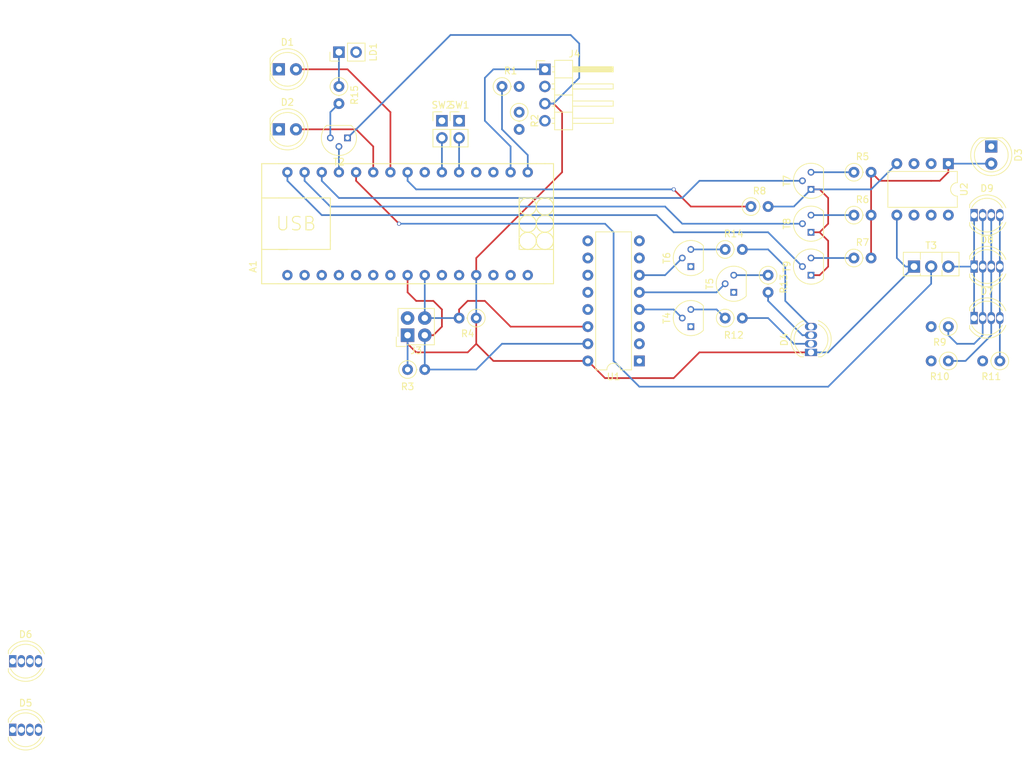
<source format=kicad_pcb>
(kicad_pcb (version 4) (host pcbnew 4.0.7)

  (general
    (links 93)
    (no_connects 32)
    (area 0 0 0 0)
    (thickness 1.6)
    (drawings 0)
    (tracks 163)
    (zones 0)
    (modules 40)
    (nets 57)
  )

  (page A4)
  (layers
    (0 F.Cu signal)
    (31 B.Cu signal)
    (32 B.Adhes user)
    (33 F.Adhes user)
    (34 B.Paste user)
    (35 F.Paste user)
    (36 B.SilkS user)
    (37 F.SilkS user)
    (38 B.Mask user)
    (39 F.Mask user)
    (40 Dwgs.User user)
    (41 Cmts.User user)
    (42 Eco1.User user)
    (43 Eco2.User user)
    (44 Edge.Cuts user)
    (45 Margin user)
    (46 B.CrtYd user)
    (47 F.CrtYd user)
    (48 B.Fab user)
    (49 F.Fab user)
  )

  (setup
    (last_trace_width 0.25)
    (trace_clearance 0.2)
    (zone_clearance 0.508)
    (zone_45_only no)
    (trace_min 0.2)
    (segment_width 0.2)
    (edge_width 0.1)
    (via_size 0.6)
    (via_drill 0.4)
    (via_min_size 0.4)
    (via_min_drill 0.3)
    (uvia_size 0.3)
    (uvia_drill 0.1)
    (uvias_allowed no)
    (uvia_min_size 0.2)
    (uvia_min_drill 0.1)
    (pcb_text_width 0.3)
    (pcb_text_size 1.5 1.5)
    (mod_edge_width 0.15)
    (mod_text_size 1 1)
    (mod_text_width 0.15)
    (pad_size 1.5 1.5)
    (pad_drill 0.6)
    (pad_to_mask_clearance 0)
    (aux_axis_origin 0 0)
    (visible_elements FFFFFF7F)
    (pcbplotparams
      (layerselection 0x00030_80000001)
      (usegerberextensions false)
      (excludeedgelayer true)
      (linewidth 0.100000)
      (plotframeref false)
      (viasonmask false)
      (mode 1)
      (useauxorigin false)
      (hpglpennumber 1)
      (hpglpenspeed 20)
      (hpglpendiameter 15)
      (hpglpenoverlay 2)
      (psnegative false)
      (psa4output false)
      (plotreference true)
      (plotvalue true)
      (plotinvisibletext false)
      (padsonsilk false)
      (subtractmaskfromsilk false)
      (outputformat 1)
      (mirror false)
      (drillshape 1)
      (scaleselection 1)
      (outputdirectory ""))
  )

  (net 0 "")
  (net 1 "Net-(A1-Pad1)")
  (net 2 "Net-(A1-Pad2)")
  (net 3 "Net-(A1-Pad3)")
  (net 4 GND)
  (net 5 "Net-(A1-Pad5)")
  (net 6 "Net-(A1-Pad6)")
  (net 7 "Net-(A1-Pad7)")
  (net 8 "Net-(A1-Pad8)")
  (net 9 "Net-(A1-Pad9)")
  (net 10 "Net-(A1-Pad10)")
  (net 11 "Net-(A1-Pad11)")
  (net 12 "Net-(A1-Pad12)")
  (net 13 "Net-(A1-Pad13)")
  (net 14 "Net-(A1-Pad14)")
  (net 15 "Net-(A1-Pad15)")
  (net 16 "Net-(A1-Pad16)")
  (net 17 "Net-(A1-Pad17)")
  (net 18 "Net-(A1-Pad18)")
  (net 19 "Net-(A1-Pad19)")
  (net 20 "Net-(A1-Pad20)")
  (net 21 "Net-(A1-Pad21)")
  (net 22 "Net-(A1-Pad22)")
  (net 23 "Net-(A1-Pad23)")
  (net 24 "Net-(A1-Pad24)")
  (net 25 "Net-(A1-Pad25)")
  (net 26 "Net-(A1-Pad26)")
  (net 27 +5V)
  (net 28 "Net-(A1-Pad28)")
  (net 29 "Net-(A1-Pad30)")
  (net 30 "Net-(D4-Pad2)")
  (net 31 "Net-(D4-Pad3)")
  (net 32 "Net-(D4-Pad4)")
  (net 33 "Net-(J4-Pad2)")
  (net 34 "Net-(LD1-Pad1)")
  (net 35 "Net-(R5-Pad1)")
  (net 36 "Net-(D3-Pad2)")
  (net 37 "Net-(R6-Pad1)")
  (net 38 "Net-(R7-Pad1)")
  (net 39 "Net-(R8-Pad2)")
  (net 40 "Net-(R12-Pad1)")
  (net 41 "Net-(R13-Pad1)")
  (net 42 "Net-(R14-Pad1)")
  (net 43 "Net-(R15-Pad2)")
  (net 44 "Net-(T4-Pad2)")
  (net 45 "Net-(T5-Pad2)")
  (net 46 "Net-(T6-Pad2)")
  (net 47 "Net-(U1-Pad9)")
  (net 48 "Net-(U1-Pad10)")
  (net 49 "Net-(U1-Pad11)")
  (net 50 "Net-(U1-Pad12)")
  (net 51 "Net-(U1-Pad13)")
  (net 52 "Net-(U1-Pad7)")
  (net 53 "Net-(D7-Pad1)")
  (net 54 "Net-(D7-Pad2)")
  (net 55 "Net-(D7-Pad3)")
  (net 56 "Net-(D7-Pad4)")

  (net_class Default "Dies ist die voreingestellte Netzklasse."
    (clearance 0.2)
    (trace_width 0.25)
    (via_dia 0.6)
    (via_drill 0.4)
    (uvia_dia 0.3)
    (uvia_drill 0.1)
    (add_net +5V)
    (add_net GND)
    (add_net "Net-(A1-Pad1)")
    (add_net "Net-(A1-Pad10)")
    (add_net "Net-(A1-Pad11)")
    (add_net "Net-(A1-Pad12)")
    (add_net "Net-(A1-Pad13)")
    (add_net "Net-(A1-Pad14)")
    (add_net "Net-(A1-Pad15)")
    (add_net "Net-(A1-Pad16)")
    (add_net "Net-(A1-Pad17)")
    (add_net "Net-(A1-Pad18)")
    (add_net "Net-(A1-Pad19)")
    (add_net "Net-(A1-Pad2)")
    (add_net "Net-(A1-Pad20)")
    (add_net "Net-(A1-Pad21)")
    (add_net "Net-(A1-Pad22)")
    (add_net "Net-(A1-Pad23)")
    (add_net "Net-(A1-Pad24)")
    (add_net "Net-(A1-Pad25)")
    (add_net "Net-(A1-Pad26)")
    (add_net "Net-(A1-Pad28)")
    (add_net "Net-(A1-Pad3)")
    (add_net "Net-(A1-Pad30)")
    (add_net "Net-(A1-Pad5)")
    (add_net "Net-(A1-Pad6)")
    (add_net "Net-(A1-Pad7)")
    (add_net "Net-(A1-Pad8)")
    (add_net "Net-(A1-Pad9)")
    (add_net "Net-(D3-Pad2)")
    (add_net "Net-(D4-Pad2)")
    (add_net "Net-(D4-Pad3)")
    (add_net "Net-(D4-Pad4)")
    (add_net "Net-(D7-Pad1)")
    (add_net "Net-(D7-Pad2)")
    (add_net "Net-(D7-Pad3)")
    (add_net "Net-(D7-Pad4)")
    (add_net "Net-(J4-Pad2)")
    (add_net "Net-(LD1-Pad1)")
    (add_net "Net-(R12-Pad1)")
    (add_net "Net-(R13-Pad1)")
    (add_net "Net-(R14-Pad1)")
    (add_net "Net-(R15-Pad2)")
    (add_net "Net-(R5-Pad1)")
    (add_net "Net-(R6-Pad1)")
    (add_net "Net-(R7-Pad1)")
    (add_net "Net-(R8-Pad2)")
    (add_net "Net-(T4-Pad2)")
    (add_net "Net-(T5-Pad2)")
    (add_net "Net-(T6-Pad2)")
    (add_net "Net-(U1-Pad10)")
    (add_net "Net-(U1-Pad11)")
    (add_net "Net-(U1-Pad12)")
    (add_net "Net-(U1-Pad13)")
    (add_net "Net-(U1-Pad7)")
    (add_net "Net-(U1-Pad9)")
  )

  (module Arduino:ArduinoNano (layer F.Cu) (tedit 5A527C54) (tstamp 5A53D393)
    (at 85.09 114.3 270)
    (path /5A5288C6)
    (fp_text reference A1 (at 6.35 30.48 270) (layer F.SilkS)
      (effects (font (size 1 1) (thickness 0.15)))
    )
    (fp_text value ArduinoNano (at 0 -15.24 270) (layer F.Fab)
      (effects (font (size 1 1) (thickness 0.15)))
    )
    (fp_line (start -3.81 26.67) (end -3.81 29.21) (layer F.SilkS) (width 0.15))
    (fp_line (start 3.81 26.67) (end 3.81 29.21) (layer F.SilkS) (width 0.15))
    (fp_line (start -8.89 26.67) (end -8.89 29.21) (layer F.SilkS) (width 0.15))
    (fp_line (start -8.89 29.21) (end 8.89 29.21) (layer F.SilkS) (width 0.15))
    (fp_line (start 8.89 29.21) (end 8.89 26.67) (layer F.SilkS) (width 0.15))
    (fp_line (start -2.54 19.05) (end -3.81 19.05) (layer F.SilkS) (width 0.15))
    (fp_line (start -3.81 19.05) (end -3.81 26.67) (layer F.SilkS) (width 0.15))
    (fp_line (start 3.81 25.4) (end 3.81 26.67) (layer F.SilkS) (width 0.15))
    (fp_line (start 2.54 19.05) (end 3.81 19.05) (layer F.SilkS) (width 0.15))
    (fp_line (start 3.81 19.05) (end 3.81 26.67) (layer F.SilkS) (width 0.15))
    (fp_line (start 3.81 26.67) (end 3.81 25.4) (layer F.SilkS) (width 0.15))
    (fp_circle (center 2.54 -10.16) (end 2.54 -11.43) (layer F.SilkS) (width 0.15))
    (fp_circle (center 0 -10.16) (end 0 -8.89) (layer F.SilkS) (width 0.15))
    (fp_circle (center -2.54 -10.16) (end -1.27 -10.16) (layer F.SilkS) (width 0.15))
    (fp_circle (center 2.54 -12.7) (end 2.54 -11.43) (layer F.SilkS) (width 0.15))
    (fp_circle (center 0 -12.7) (end 0 -11.43) (layer F.SilkS) (width 0.15))
    (fp_circle (center -2.54 -12.7) (end -2.54 -11.43) (layer F.SilkS) (width 0.15))
    (fp_line (start -3.81 -13.97) (end -3.81 -8.89) (layer F.SilkS) (width 0.15))
    (fp_line (start -3.81 -8.89) (end 3.81 -8.89) (layer F.SilkS) (width 0.15))
    (fp_line (start 3.81 -8.89) (end 3.81 -13.97) (layer F.SilkS) (width 0.15))
    (fp_line (start -8.89 -12.7) (end -8.89 -13.97) (layer F.SilkS) (width 0.15))
    (fp_line (start -8.89 -13.97) (end 8.89 -13.97) (layer F.SilkS) (width 0.15))
    (fp_line (start 8.89 -13.97) (end 8.89 -12.7) (layer F.SilkS) (width 0.15))
    (fp_line (start -8.89 -11.43) (end -8.89 -12.7) (layer F.SilkS) (width 0.15))
    (fp_line (start 8.89 -12.7) (end 8.89 -11.43) (layer F.SilkS) (width 0.15))
    (fp_text user USB (at 0 24.13 360) (layer F.SilkS)
      (effects (font (size 2 2) (thickness 0.15)))
    )
    (fp_line (start -2.54 19.05) (end 2.54 19.05) (layer F.SilkS) (width 0.15))
    (fp_line (start -8.89 -11.43) (end -8.89 26.67) (layer F.SilkS) (width 0.15))
    (fp_line (start 8.89 26.67) (end 8.89 -11.43) (layer F.SilkS) (width 0.15))
    (pad 1 thru_hole circle (at -7.62 -10.16 270) (size 1.524 1.524) (drill 0.762) (layers *.Cu *.Mask)
      (net 1 "Net-(A1-Pad1)"))
    (pad 2 thru_hole circle (at -7.62 -7.62 270) (size 1.524 1.524) (drill 0.762) (layers *.Cu *.Mask)
      (net 2 "Net-(A1-Pad2)"))
    (pad 3 thru_hole circle (at -7.62 -5.08 270) (size 1.524 1.524) (drill 0.762) (layers *.Cu *.Mask)
      (net 3 "Net-(A1-Pad3)"))
    (pad 4 thru_hole circle (at -7.62 -2.54 270) (size 1.524 1.524) (drill 0.762) (layers *.Cu *.Mask)
      (net 4 GND))
    (pad 5 thru_hole circle (at -7.62 0 270) (size 1.524 1.524) (drill 0.762) (layers *.Cu *.Mask)
      (net 5 "Net-(A1-Pad5)"))
    (pad 6 thru_hole circle (at -7.62 2.54 270) (size 1.524 1.524) (drill 0.762) (layers *.Cu *.Mask)
      (net 6 "Net-(A1-Pad6)"))
    (pad 7 thru_hole circle (at -7.62 5.08 270) (size 1.524 1.524) (drill 0.762) (layers *.Cu *.Mask)
      (net 7 "Net-(A1-Pad7)"))
    (pad 8 thru_hole circle (at -7.62 7.62 270) (size 1.524 1.524) (drill 0.762) (layers *.Cu *.Mask)
      (net 8 "Net-(A1-Pad8)"))
    (pad 9 thru_hole circle (at -7.62 10.16 270) (size 1.524 1.524) (drill 0.762) (layers *.Cu *.Mask)
      (net 9 "Net-(A1-Pad9)"))
    (pad 10 thru_hole circle (at -7.62 12.7 270) (size 1.524 1.524) (drill 0.762) (layers *.Cu *.Mask)
      (net 10 "Net-(A1-Pad10)"))
    (pad 11 thru_hole circle (at -7.62 15.24 270) (size 1.524 1.524) (drill 0.762) (layers *.Cu *.Mask)
      (net 11 "Net-(A1-Pad11)"))
    (pad 12 thru_hole circle (at -7.62 17.78 270) (size 1.524 1.524) (drill 0.762) (layers *.Cu *.Mask)
      (net 12 "Net-(A1-Pad12)"))
    (pad 13 thru_hole circle (at -7.62 20.32 270) (size 1.524 1.524) (drill 0.762) (layers *.Cu *.Mask)
      (net 13 "Net-(A1-Pad13)"))
    (pad 14 thru_hole circle (at -7.62 22.86 270) (size 1.524 1.524) (drill 0.762) (layers *.Cu *.Mask)
      (net 14 "Net-(A1-Pad14)"))
    (pad 15 thru_hole circle (at -7.62 25.4 270) (size 1.524 1.524) (drill 0.762) (layers *.Cu *.Mask)
      (net 15 "Net-(A1-Pad15)"))
    (pad 16 thru_hole circle (at 7.62 25.4 270) (size 1.524 1.524) (drill 0.762) (layers *.Cu *.Mask)
      (net 16 "Net-(A1-Pad16)"))
    (pad 17 thru_hole circle (at 7.62 22.86 270) (size 1.524 1.524) (drill 0.762) (layers *.Cu *.Mask)
      (net 17 "Net-(A1-Pad17)"))
    (pad 18 thru_hole circle (at 7.62 20.32 270) (size 1.524 1.524) (drill 0.762) (layers *.Cu *.Mask)
      (net 18 "Net-(A1-Pad18)"))
    (pad 19 thru_hole circle (at 7.62 17.78 270) (size 1.524 1.524) (drill 0.762) (layers *.Cu *.Mask)
      (net 19 "Net-(A1-Pad19)"))
    (pad 20 thru_hole circle (at 7.62 15.24 270) (size 1.524 1.524) (drill 0.762) (layers *.Cu *.Mask)
      (net 20 "Net-(A1-Pad20)"))
    (pad 21 thru_hole circle (at 7.62 12.7 270) (size 1.524 1.524) (drill 0.762) (layers *.Cu *.Mask)
      (net 21 "Net-(A1-Pad21)"))
    (pad 22 thru_hole circle (at 7.62 10.16 270) (size 1.524 1.524) (drill 0.762) (layers *.Cu *.Mask)
      (net 22 "Net-(A1-Pad22)"))
    (pad 23 thru_hole circle (at 7.62 7.62 270) (size 1.524 1.524) (drill 0.762) (layers *.Cu *.Mask)
      (net 23 "Net-(A1-Pad23)"))
    (pad 24 thru_hole circle (at 7.62 5.08 270) (size 1.524 1.524) (drill 0.762) (layers *.Cu *.Mask)
      (net 24 "Net-(A1-Pad24)"))
    (pad 25 thru_hole circle (at 7.62 2.54 270) (size 1.524 1.524) (drill 0.762) (layers *.Cu *.Mask)
      (net 25 "Net-(A1-Pad25)"))
    (pad 26 thru_hole circle (at 7.62 0 270) (size 1.524 1.524) (drill 0.762) (layers *.Cu *.Mask)
      (net 26 "Net-(A1-Pad26)"))
    (pad 27 thru_hole circle (at 7.62 -2.54 270) (size 1.524 1.524) (drill 0.762) (layers *.Cu *.Mask)
      (net 27 +5V))
    (pad 28 thru_hole circle (at 7.62 -5.08 270) (size 1.524 1.524) (drill 0.762) (layers *.Cu *.Mask)
      (net 28 "Net-(A1-Pad28)"))
    (pad 29 thru_hole circle (at 7.62 -7.62 270) (size 1.524 1.524) (drill 0.762) (layers *.Cu *.Mask)
      (net 4 GND))
    (pad 30 thru_hole circle (at 7.62 -10.16 270) (size 1.524 1.524) (drill 0.762) (layers *.Cu *.Mask)
      (net 29 "Net-(A1-Pad30)"))
  )

  (module LEDs:LED_D5.0mm_FlatTop (layer F.Cu) (tedit 5880A862) (tstamp 5A53D3A4)
    (at 58.42 91.44)
    (descr "LED, Round, FlatTop, diameter 5.0mm, 2 pins, http://www.kingbright.com/attachments/file/psearch/000/00/00/L-483GDT(Ver.15B).pdf")
    (tags "LED Round FlatTop diameter 5.0mm 2 pins")
    (path /592B50B6)
    (fp_text reference D1 (at 1.27 -4.01) (layer F.SilkS)
      (effects (font (size 1 1) (thickness 0.15)))
    )
    (fp_text value StatusLED (at 1.27 4.01) (layer F.Fab)
      (effects (font (size 1 1) (thickness 0.15)))
    )
    (fp_arc (start 1.27 0) (end -1.23 -1.566046) (angle 295.9) (layer F.Fab) (width 0.1))
    (fp_arc (start 1.27 0) (end -1.29 -1.639512) (angle 147.4) (layer F.SilkS) (width 0.12))
    (fp_arc (start 1.27 0) (end -1.29 1.639512) (angle -147.4) (layer F.SilkS) (width 0.12))
    (fp_circle (center 1.27 0) (end 3.77 0) (layer F.Fab) (width 0.1))
    (fp_circle (center 1.27 0) (end 3.77 0) (layer F.SilkS) (width 0.12))
    (fp_line (start -1.23 -1.566046) (end -1.23 1.566046) (layer F.Fab) (width 0.1))
    (fp_line (start -1.29 -1.64) (end -1.29 1.64) (layer F.SilkS) (width 0.12))
    (fp_line (start -2 -3.3) (end -2 3.3) (layer F.CrtYd) (width 0.05))
    (fp_line (start -2 3.3) (end 4.55 3.3) (layer F.CrtYd) (width 0.05))
    (fp_line (start 4.55 3.3) (end 4.55 -3.3) (layer F.CrtYd) (width 0.05))
    (fp_line (start 4.55 -3.3) (end -2 -3.3) (layer F.CrtYd) (width 0.05))
    (pad 1 thru_hole rect (at 0 0) (size 1.8 1.8) (drill 0.9) (layers *.Cu *.Mask)
      (net 4 GND))
    (pad 2 thru_hole circle (at 2.54 0) (size 1.8 1.8) (drill 0.9) (layers *.Cu *.Mask)
      (net 9 "Net-(A1-Pad9)"))
    (model ${KISYS3DMOD}/LEDs.3dshapes/LED_D5.0mm_FlatTop.wrl
      (at (xyz 0 0 0))
      (scale (xyz 0.393701 0.393701 0.393701))
      (rotate (xyz 0 0 0))
    )
  )

  (module LEDs:LED_D5.0mm_FlatTop (layer F.Cu) (tedit 5880A862) (tstamp 5A53D3B5)
    (at 58.42 100.33)
    (descr "LED, Round, FlatTop, diameter 5.0mm, 2 pins, http://www.kingbright.com/attachments/file/psearch/000/00/00/L-483GDT(Ver.15B).pdf")
    (tags "LED Round FlatTop diameter 5.0mm 2 pins")
    (path /592B5015)
    (fp_text reference D2 (at 1.27 -4.01) (layer F.SilkS)
      (effects (font (size 1 1) (thickness 0.15)))
    )
    (fp_text value AmmoLED (at 1.27 4.01) (layer F.Fab)
      (effects (font (size 1 1) (thickness 0.15)))
    )
    (fp_arc (start 1.27 0) (end -1.23 -1.566046) (angle 295.9) (layer F.Fab) (width 0.1))
    (fp_arc (start 1.27 0) (end -1.29 -1.639512) (angle 147.4) (layer F.SilkS) (width 0.12))
    (fp_arc (start 1.27 0) (end -1.29 1.639512) (angle -147.4) (layer F.SilkS) (width 0.12))
    (fp_circle (center 1.27 0) (end 3.77 0) (layer F.Fab) (width 0.1))
    (fp_circle (center 1.27 0) (end 3.77 0) (layer F.SilkS) (width 0.12))
    (fp_line (start -1.23 -1.566046) (end -1.23 1.566046) (layer F.Fab) (width 0.1))
    (fp_line (start -1.29 -1.64) (end -1.29 1.64) (layer F.SilkS) (width 0.12))
    (fp_line (start -2 -3.3) (end -2 3.3) (layer F.CrtYd) (width 0.05))
    (fp_line (start -2 3.3) (end 4.55 3.3) (layer F.CrtYd) (width 0.05))
    (fp_line (start 4.55 3.3) (end 4.55 -3.3) (layer F.CrtYd) (width 0.05))
    (fp_line (start 4.55 -3.3) (end -2 -3.3) (layer F.CrtYd) (width 0.05))
    (pad 1 thru_hole rect (at 0 0) (size 1.8 1.8) (drill 0.9) (layers *.Cu *.Mask)
      (net 4 GND))
    (pad 2 thru_hole circle (at 2.54 0) (size 1.8 1.8) (drill 0.9) (layers *.Cu *.Mask)
      (net 10 "Net-(A1-Pad10)"))
    (model ${KISYS3DMOD}/LEDs.3dshapes/LED_D5.0mm_FlatTop.wrl
      (at (xyz 0 0 0))
      (scale (xyz 0.393701 0.393701 0.393701))
      (rotate (xyz 0 0 0))
    )
  )

  (module LEDs:LED_D5.0mm-4 (layer F.Cu) (tedit 587A3A7B) (tstamp 5A53D3CA)
    (at 137.16 133.35 90)
    (descr "LED, diameter 5.0mm, 2 pins, diameter 5.0mm, 3 pins, diameter 5.0mm, 4 pins, http://www.kingbright.com/attachments/file/psearch/000/00/00/L-154A4SUREQBFZGEW(Ver.9A).pdf")
    (tags "LED diameter 5.0mm 2 pins diameter 5.0mm 3 pins diameter 5.0mm 4 pins")
    (path /592B48CA)
    (fp_text reference D4 (at 1.905 -3.96 90) (layer F.SilkS)
      (effects (font (size 1 1) (thickness 0.15)))
    )
    (fp_text value LED_ARGB (at 1.905 3.96 90) (layer F.Fab)
      (effects (font (size 1 1) (thickness 0.15)))
    )
    (fp_arc (start 1.905 0) (end -0.595 -1.469694) (angle 299.1) (layer F.Fab) (width 0.1))
    (fp_arc (start 1.905 0) (end -0.655 -1.54483) (angle 127.7) (layer F.SilkS) (width 0.12))
    (fp_arc (start 1.905 0) (end -0.655 1.54483) (angle -127.7) (layer F.SilkS) (width 0.12))
    (fp_arc (start 1.905 0) (end -0.349684 -1.08) (angle 128.8) (layer F.SilkS) (width 0.12))
    (fp_arc (start 1.905 0) (end -0.349684 1.08) (angle -128.8) (layer F.SilkS) (width 0.12))
    (fp_circle (center 1.905 0) (end 4.405 0) (layer F.Fab) (width 0.1))
    (fp_line (start -0.595 -1.469694) (end -0.595 1.469694) (layer F.Fab) (width 0.1))
    (fp_line (start -0.655 -1.545) (end -0.655 -1.08) (layer F.SilkS) (width 0.12))
    (fp_line (start -0.655 1.08) (end -0.655 1.545) (layer F.SilkS) (width 0.12))
    (fp_line (start -1.35 -3.25) (end -1.35 3.25) (layer F.CrtYd) (width 0.05))
    (fp_line (start -1.35 3.25) (end 5.15 3.25) (layer F.CrtYd) (width 0.05))
    (fp_line (start 5.15 3.25) (end 5.15 -3.25) (layer F.CrtYd) (width 0.05))
    (fp_line (start 5.15 -3.25) (end -1.35 -3.25) (layer F.CrtYd) (width 0.05))
    (pad 1 thru_hole rect (at 0 0 90) (size 1.07 1.8) (drill 0.9) (layers *.Cu *.Mask)
      (net 27 +5V))
    (pad 2 thru_hole oval (at 1.27 0 90) (size 1.07 1.8) (drill 0.9) (layers *.Cu *.Mask)
      (net 30 "Net-(D4-Pad2)"))
    (pad 3 thru_hole oval (at 2.54 0 90) (size 1.07 1.8) (drill 0.9) (layers *.Cu *.Mask)
      (net 31 "Net-(D4-Pad3)"))
    (pad 4 thru_hole oval (at 3.81 0 90) (size 1.07 1.8) (drill 0.9) (layers *.Cu *.Mask)
      (net 32 "Net-(D4-Pad4)"))
    (model ${KISYS3DMOD}/LEDs.3dshapes/LED_D5.0mm-4.wrl
      (at (xyz 0 0 0))
      (scale (xyz 0.393701 0.393701 0.393701))
      (rotate (xyz 0 0 0))
    )
  )

  (module LEDs:LED_D5.0mm-4 (layer F.Cu) (tedit 587A3A7B) (tstamp 5A53D3DF)
    (at 19.05 189.23)
    (descr "LED, diameter 5.0mm, 2 pins, diameter 5.0mm, 3 pins, diameter 5.0mm, 4 pins, http://www.kingbright.com/attachments/file/psearch/000/00/00/L-154A4SUREQBFZGEW(Ver.9A).pdf")
    (tags "LED diameter 5.0mm 2 pins diameter 5.0mm 3 pins diameter 5.0mm 4 pins")
    (path /5A540C71)
    (fp_text reference D5 (at 1.905 -3.96) (layer F.SilkS)
      (effects (font (size 1 1) (thickness 0.15)))
    )
    (fp_text value LED_ARGB (at 1.905 3.96) (layer F.Fab)
      (effects (font (size 1 1) (thickness 0.15)))
    )
    (fp_arc (start 1.905 0) (end -0.595 -1.469694) (angle 299.1) (layer F.Fab) (width 0.1))
    (fp_arc (start 1.905 0) (end -0.655 -1.54483) (angle 127.7) (layer F.SilkS) (width 0.12))
    (fp_arc (start 1.905 0) (end -0.655 1.54483) (angle -127.7) (layer F.SilkS) (width 0.12))
    (fp_arc (start 1.905 0) (end -0.349684 -1.08) (angle 128.8) (layer F.SilkS) (width 0.12))
    (fp_arc (start 1.905 0) (end -0.349684 1.08) (angle -128.8) (layer F.SilkS) (width 0.12))
    (fp_circle (center 1.905 0) (end 4.405 0) (layer F.Fab) (width 0.1))
    (fp_line (start -0.595 -1.469694) (end -0.595 1.469694) (layer F.Fab) (width 0.1))
    (fp_line (start -0.655 -1.545) (end -0.655 -1.08) (layer F.SilkS) (width 0.12))
    (fp_line (start -0.655 1.08) (end -0.655 1.545) (layer F.SilkS) (width 0.12))
    (fp_line (start -1.35 -3.25) (end -1.35 3.25) (layer F.CrtYd) (width 0.05))
    (fp_line (start -1.35 3.25) (end 5.15 3.25) (layer F.CrtYd) (width 0.05))
    (fp_line (start 5.15 3.25) (end 5.15 -3.25) (layer F.CrtYd) (width 0.05))
    (fp_line (start 5.15 -3.25) (end -1.35 -3.25) (layer F.CrtYd) (width 0.05))
    (pad 1 thru_hole rect (at 0 0) (size 1.07 1.8) (drill 0.9) (layers *.Cu *.Mask)
      (net 27 +5V))
    (pad 2 thru_hole oval (at 1.27 0) (size 1.07 1.8) (drill 0.9) (layers *.Cu *.Mask)
      (net 30 "Net-(D4-Pad2)"))
    (pad 3 thru_hole oval (at 2.54 0) (size 1.07 1.8) (drill 0.9) (layers *.Cu *.Mask)
      (net 31 "Net-(D4-Pad3)"))
    (pad 4 thru_hole oval (at 3.81 0) (size 1.07 1.8) (drill 0.9) (layers *.Cu *.Mask)
      (net 32 "Net-(D4-Pad4)"))
    (model ${KISYS3DMOD}/LEDs.3dshapes/LED_D5.0mm-4.wrl
      (at (xyz 0 0 0))
      (scale (xyz 0.393701 0.393701 0.393701))
      (rotate (xyz 0 0 0))
    )
  )

  (module LEDs:LED_D5.0mm-4 (layer F.Cu) (tedit 587A3A7B) (tstamp 5A53D3F4)
    (at 19.05 179.07)
    (descr "LED, diameter 5.0mm, 2 pins, diameter 5.0mm, 3 pins, diameter 5.0mm, 4 pins, http://www.kingbright.com/attachments/file/psearch/000/00/00/L-154A4SUREQBFZGEW(Ver.9A).pdf")
    (tags "LED diameter 5.0mm 2 pins diameter 5.0mm 3 pins diameter 5.0mm 4 pins")
    (path /5A540D43)
    (fp_text reference D6 (at 1.905 -3.96) (layer F.SilkS)
      (effects (font (size 1 1) (thickness 0.15)))
    )
    (fp_text value LED_ARGB (at 1.905 3.96) (layer F.Fab)
      (effects (font (size 1 1) (thickness 0.15)))
    )
    (fp_arc (start 1.905 0) (end -0.595 -1.469694) (angle 299.1) (layer F.Fab) (width 0.1))
    (fp_arc (start 1.905 0) (end -0.655 -1.54483) (angle 127.7) (layer F.SilkS) (width 0.12))
    (fp_arc (start 1.905 0) (end -0.655 1.54483) (angle -127.7) (layer F.SilkS) (width 0.12))
    (fp_arc (start 1.905 0) (end -0.349684 -1.08) (angle 128.8) (layer F.SilkS) (width 0.12))
    (fp_arc (start 1.905 0) (end -0.349684 1.08) (angle -128.8) (layer F.SilkS) (width 0.12))
    (fp_circle (center 1.905 0) (end 4.405 0) (layer F.Fab) (width 0.1))
    (fp_line (start -0.595 -1.469694) (end -0.595 1.469694) (layer F.Fab) (width 0.1))
    (fp_line (start -0.655 -1.545) (end -0.655 -1.08) (layer F.SilkS) (width 0.12))
    (fp_line (start -0.655 1.08) (end -0.655 1.545) (layer F.SilkS) (width 0.12))
    (fp_line (start -1.35 -3.25) (end -1.35 3.25) (layer F.CrtYd) (width 0.05))
    (fp_line (start -1.35 3.25) (end 5.15 3.25) (layer F.CrtYd) (width 0.05))
    (fp_line (start 5.15 3.25) (end 5.15 -3.25) (layer F.CrtYd) (width 0.05))
    (fp_line (start 5.15 -3.25) (end -1.35 -3.25) (layer F.CrtYd) (width 0.05))
    (pad 1 thru_hole rect (at 0 0) (size 1.07 1.8) (drill 0.9) (layers *.Cu *.Mask)
      (net 27 +5V))
    (pad 2 thru_hole oval (at 1.27 0) (size 1.07 1.8) (drill 0.9) (layers *.Cu *.Mask)
      (net 30 "Net-(D4-Pad2)"))
    (pad 3 thru_hole oval (at 2.54 0) (size 1.07 1.8) (drill 0.9) (layers *.Cu *.Mask)
      (net 31 "Net-(D4-Pad3)"))
    (pad 4 thru_hole oval (at 3.81 0) (size 1.07 1.8) (drill 0.9) (layers *.Cu *.Mask)
      (net 32 "Net-(D4-Pad4)"))
    (model ${KISYS3DMOD}/LEDs.3dshapes/LED_D5.0mm-4.wrl
      (at (xyz 0 0 0))
      (scale (xyz 0.393701 0.393701 0.393701))
      (rotate (xyz 0 0 0))
    )
  )

  (module LEDs:LED_D5.0mm-4 (layer F.Cu) (tedit 587A3A7B) (tstamp 5A53D409)
    (at 161.29 128.27)
    (descr "LED, diameter 5.0mm, 2 pins, diameter 5.0mm, 3 pins, diameter 5.0mm, 4 pins, http://www.kingbright.com/attachments/file/psearch/000/00/00/L-154A4SUREQBFZGEW(Ver.9A).pdf")
    (tags "LED diameter 5.0mm 2 pins diameter 5.0mm 3 pins diameter 5.0mm 4 pins")
    (path /5A53C5DB)
    (fp_text reference D7 (at 1.905 -3.96) (layer F.SilkS)
      (effects (font (size 1 1) (thickness 0.15)))
    )
    (fp_text value MuzzleFireLED (at 1.905 3.96) (layer F.Fab)
      (effects (font (size 1 1) (thickness 0.15)))
    )
    (fp_arc (start 1.905 0) (end -0.595 -1.469694) (angle 299.1) (layer F.Fab) (width 0.1))
    (fp_arc (start 1.905 0) (end -0.655 -1.54483) (angle 127.7) (layer F.SilkS) (width 0.12))
    (fp_arc (start 1.905 0) (end -0.655 1.54483) (angle -127.7) (layer F.SilkS) (width 0.12))
    (fp_arc (start 1.905 0) (end -0.349684 -1.08) (angle 128.8) (layer F.SilkS) (width 0.12))
    (fp_arc (start 1.905 0) (end -0.349684 1.08) (angle -128.8) (layer F.SilkS) (width 0.12))
    (fp_circle (center 1.905 0) (end 4.405 0) (layer F.Fab) (width 0.1))
    (fp_line (start -0.595 -1.469694) (end -0.595 1.469694) (layer F.Fab) (width 0.1))
    (fp_line (start -0.655 -1.545) (end -0.655 -1.08) (layer F.SilkS) (width 0.12))
    (fp_line (start -0.655 1.08) (end -0.655 1.545) (layer F.SilkS) (width 0.12))
    (fp_line (start -1.35 -3.25) (end -1.35 3.25) (layer F.CrtYd) (width 0.05))
    (fp_line (start -1.35 3.25) (end 5.15 3.25) (layer F.CrtYd) (width 0.05))
    (fp_line (start 5.15 3.25) (end 5.15 -3.25) (layer F.CrtYd) (width 0.05))
    (fp_line (start 5.15 -3.25) (end -1.35 -3.25) (layer F.CrtYd) (width 0.05))
    (pad 1 thru_hole rect (at 0 0) (size 1.07 1.8) (drill 0.9) (layers *.Cu *.Mask)
      (net 53 "Net-(D7-Pad1)"))
    (pad 2 thru_hole oval (at 1.27 0) (size 1.07 1.8) (drill 0.9) (layers *.Cu *.Mask)
      (net 54 "Net-(D7-Pad2)"))
    (pad 3 thru_hole oval (at 2.54 0) (size 1.07 1.8) (drill 0.9) (layers *.Cu *.Mask)
      (net 55 "Net-(D7-Pad3)"))
    (pad 4 thru_hole oval (at 3.81 0) (size 1.07 1.8) (drill 0.9) (layers *.Cu *.Mask)
      (net 56 "Net-(D7-Pad4)"))
    (model ${KISYS3DMOD}/LEDs.3dshapes/LED_D5.0mm-4.wrl
      (at (xyz 0 0 0))
      (scale (xyz 0.393701 0.393701 0.393701))
      (rotate (xyz 0 0 0))
    )
  )

  (module Connectors_Samtec:SDL-104-X-XX_2x02 (layer F.Cu) (tedit 590274CA) (tstamp 5A53D426)
    (at 77.47 130.81 90)
    (descr "Double row, low profile, screw machine socket strip, through hole, 100mil / 2.54mm pitch")
    (tags "samtec socket strip tht dual")
    (path /592BB96B)
    (fp_text reference J3 (at -2.27 1.27 180) (layer F.SilkS)
      (effects (font (size 1 1) (thickness 0.15)))
    )
    (fp_text value I2C_ToReceiverModules (at 4.81 1.27 180) (layer F.Fab)
      (effects (font (size 1 1) (thickness 0.15)))
    )
    (fp_line (start -0.17 -1.42) (end 3.96 -1.42) (layer F.SilkS) (width 0.12))
    (fp_line (start 3.96 -1.42) (end 3.96 3.96) (layer F.SilkS) (width 0.12))
    (fp_line (start 3.96 3.96) (end -1.42 3.96) (layer F.SilkS) (width 0.12))
    (fp_line (start -1.42 3.96) (end -1.42 -0.17) (layer F.SilkS) (width 0.12))
    (fp_line (start -0.27 -1.67) (end -1.67 -1.67) (layer F.SilkS) (width 0.12))
    (fp_line (start -1.67 -1.67) (end -1.67 -0.27) (layer F.SilkS) (width 0.12))
    (fp_line (start -0.27 -1.67) (end -1.67 -1.67) (layer F.Fab) (width 0.1))
    (fp_line (start -1.67 -1.67) (end -1.67 -0.27) (layer F.Fab) (width 0.1))
    (fp_line (start -1.27 -1.27) (end -1.27 3.81) (layer F.Fab) (width 0.1))
    (fp_line (start -1.27 3.81) (end 3.81 3.81) (layer F.Fab) (width 0.1))
    (fp_line (start 3.81 3.81) (end 3.81 -1.27) (layer F.Fab) (width 0.1))
    (fp_line (start 3.81 -1.27) (end -1.27 -1.27) (layer F.Fab) (width 0.1))
    (fp_line (start -1.77 -1.77) (end -1.77 4.31) (layer F.CrtYd) (width 0.05))
    (fp_line (start -1.77 4.31) (end 4.31 4.31) (layer F.CrtYd) (width 0.05))
    (fp_line (start 4.31 4.31) (end 4.31 -1.77) (layer F.CrtYd) (width 0.05))
    (fp_line (start 4.31 -1.77) (end -1.77 -1.77) (layer F.CrtYd) (width 0.05))
    (fp_line (start -1.27 1.27) (end -1.07 1.27) (layer F.Fab) (width 0.1))
    (fp_line (start 3.81 1.27) (end 3.61 1.27) (layer F.Fab) (width 0.1))
    (fp_line (start -1.27 3.81) (end -1.07 3.81) (layer F.Fab) (width 0.1))
    (fp_line (start 3.81 3.81) (end 3.61 3.81) (layer F.Fab) (width 0.1))
    (fp_text user %R (at 1.27 1.27 180) (layer F.Fab)
      (effects (font (size 1 1) (thickness 0.15)))
    )
    (pad 1 thru_hole rect (at 0 0 90) (size 2 2) (drill 0.95) (layers *.Cu *.Mask)
      (net 27 +5V))
    (pad 3 thru_hole circle (at 0 2.54 90) (size 2 2) (drill 0.95) (layers *.Cu *.Mask)
      (net 23 "Net-(A1-Pad23)"))
    (pad 2 thru_hole circle (at 2.54 0 90) (size 2 2) (drill 0.95) (layers *.Cu *.Mask)
      (net 4 GND))
    (pad 4 thru_hole circle (at 2.54 2.54 90) (size 2 2) (drill 0.95) (layers *.Cu *.Mask)
      (net 24 "Net-(A1-Pad24)"))
    (model ${KISYS3DMOD}/Connectors_Samtec.3dshapes/SDL-104-X-XX_2x02.wrl
      (at (xyz 0 0 0))
      (scale (xyz 1 1 1))
      (rotate (xyz 0 0 0))
    )
  )

  (module Pin_Headers:Pin_Header_Angled_1x04_Pitch2.54mm (layer F.Cu) (tedit 59650532) (tstamp 5A53D473)
    (at 97.79 91.44)
    (descr "Through hole angled pin header, 1x04, 2.54mm pitch, 6mm pin length, single row")
    (tags "Through hole angled pin header THT 1x04 2.54mm single row")
    (path /592B4B54)
    (fp_text reference J4 (at 4.385 -2.27) (layer F.SilkS)
      (effects (font (size 1 1) (thickness 0.15)))
    )
    (fp_text value ToSerialBT (at 4.385 9.89) (layer F.Fab)
      (effects (font (size 1 1) (thickness 0.15)))
    )
    (fp_line (start 2.135 -1.27) (end 4.04 -1.27) (layer F.Fab) (width 0.1))
    (fp_line (start 4.04 -1.27) (end 4.04 8.89) (layer F.Fab) (width 0.1))
    (fp_line (start 4.04 8.89) (end 1.5 8.89) (layer F.Fab) (width 0.1))
    (fp_line (start 1.5 8.89) (end 1.5 -0.635) (layer F.Fab) (width 0.1))
    (fp_line (start 1.5 -0.635) (end 2.135 -1.27) (layer F.Fab) (width 0.1))
    (fp_line (start -0.32 -0.32) (end 1.5 -0.32) (layer F.Fab) (width 0.1))
    (fp_line (start -0.32 -0.32) (end -0.32 0.32) (layer F.Fab) (width 0.1))
    (fp_line (start -0.32 0.32) (end 1.5 0.32) (layer F.Fab) (width 0.1))
    (fp_line (start 4.04 -0.32) (end 10.04 -0.32) (layer F.Fab) (width 0.1))
    (fp_line (start 10.04 -0.32) (end 10.04 0.32) (layer F.Fab) (width 0.1))
    (fp_line (start 4.04 0.32) (end 10.04 0.32) (layer F.Fab) (width 0.1))
    (fp_line (start -0.32 2.22) (end 1.5 2.22) (layer F.Fab) (width 0.1))
    (fp_line (start -0.32 2.22) (end -0.32 2.86) (layer F.Fab) (width 0.1))
    (fp_line (start -0.32 2.86) (end 1.5 2.86) (layer F.Fab) (width 0.1))
    (fp_line (start 4.04 2.22) (end 10.04 2.22) (layer F.Fab) (width 0.1))
    (fp_line (start 10.04 2.22) (end 10.04 2.86) (layer F.Fab) (width 0.1))
    (fp_line (start 4.04 2.86) (end 10.04 2.86) (layer F.Fab) (width 0.1))
    (fp_line (start -0.32 4.76) (end 1.5 4.76) (layer F.Fab) (width 0.1))
    (fp_line (start -0.32 4.76) (end -0.32 5.4) (layer F.Fab) (width 0.1))
    (fp_line (start -0.32 5.4) (end 1.5 5.4) (layer F.Fab) (width 0.1))
    (fp_line (start 4.04 4.76) (end 10.04 4.76) (layer F.Fab) (width 0.1))
    (fp_line (start 10.04 4.76) (end 10.04 5.4) (layer F.Fab) (width 0.1))
    (fp_line (start 4.04 5.4) (end 10.04 5.4) (layer F.Fab) (width 0.1))
    (fp_line (start -0.32 7.3) (end 1.5 7.3) (layer F.Fab) (width 0.1))
    (fp_line (start -0.32 7.3) (end -0.32 7.94) (layer F.Fab) (width 0.1))
    (fp_line (start -0.32 7.94) (end 1.5 7.94) (layer F.Fab) (width 0.1))
    (fp_line (start 4.04 7.3) (end 10.04 7.3) (layer F.Fab) (width 0.1))
    (fp_line (start 10.04 7.3) (end 10.04 7.94) (layer F.Fab) (width 0.1))
    (fp_line (start 4.04 7.94) (end 10.04 7.94) (layer F.Fab) (width 0.1))
    (fp_line (start 1.44 -1.33) (end 1.44 8.95) (layer F.SilkS) (width 0.12))
    (fp_line (start 1.44 8.95) (end 4.1 8.95) (layer F.SilkS) (width 0.12))
    (fp_line (start 4.1 8.95) (end 4.1 -1.33) (layer F.SilkS) (width 0.12))
    (fp_line (start 4.1 -1.33) (end 1.44 -1.33) (layer F.SilkS) (width 0.12))
    (fp_line (start 4.1 -0.38) (end 10.1 -0.38) (layer F.SilkS) (width 0.12))
    (fp_line (start 10.1 -0.38) (end 10.1 0.38) (layer F.SilkS) (width 0.12))
    (fp_line (start 10.1 0.38) (end 4.1 0.38) (layer F.SilkS) (width 0.12))
    (fp_line (start 4.1 -0.32) (end 10.1 -0.32) (layer F.SilkS) (width 0.12))
    (fp_line (start 4.1 -0.2) (end 10.1 -0.2) (layer F.SilkS) (width 0.12))
    (fp_line (start 4.1 -0.08) (end 10.1 -0.08) (layer F.SilkS) (width 0.12))
    (fp_line (start 4.1 0.04) (end 10.1 0.04) (layer F.SilkS) (width 0.12))
    (fp_line (start 4.1 0.16) (end 10.1 0.16) (layer F.SilkS) (width 0.12))
    (fp_line (start 4.1 0.28) (end 10.1 0.28) (layer F.SilkS) (width 0.12))
    (fp_line (start 1.11 -0.38) (end 1.44 -0.38) (layer F.SilkS) (width 0.12))
    (fp_line (start 1.11 0.38) (end 1.44 0.38) (layer F.SilkS) (width 0.12))
    (fp_line (start 1.44 1.27) (end 4.1 1.27) (layer F.SilkS) (width 0.12))
    (fp_line (start 4.1 2.16) (end 10.1 2.16) (layer F.SilkS) (width 0.12))
    (fp_line (start 10.1 2.16) (end 10.1 2.92) (layer F.SilkS) (width 0.12))
    (fp_line (start 10.1 2.92) (end 4.1 2.92) (layer F.SilkS) (width 0.12))
    (fp_line (start 1.042929 2.16) (end 1.44 2.16) (layer F.SilkS) (width 0.12))
    (fp_line (start 1.042929 2.92) (end 1.44 2.92) (layer F.SilkS) (width 0.12))
    (fp_line (start 1.44 3.81) (end 4.1 3.81) (layer F.SilkS) (width 0.12))
    (fp_line (start 4.1 4.7) (end 10.1 4.7) (layer F.SilkS) (width 0.12))
    (fp_line (start 10.1 4.7) (end 10.1 5.46) (layer F.SilkS) (width 0.12))
    (fp_line (start 10.1 5.46) (end 4.1 5.46) (layer F.SilkS) (width 0.12))
    (fp_line (start 1.042929 4.7) (end 1.44 4.7) (layer F.SilkS) (width 0.12))
    (fp_line (start 1.042929 5.46) (end 1.44 5.46) (layer F.SilkS) (width 0.12))
    (fp_line (start 1.44 6.35) (end 4.1 6.35) (layer F.SilkS) (width 0.12))
    (fp_line (start 4.1 7.24) (end 10.1 7.24) (layer F.SilkS) (width 0.12))
    (fp_line (start 10.1 7.24) (end 10.1 8) (layer F.SilkS) (width 0.12))
    (fp_line (start 10.1 8) (end 4.1 8) (layer F.SilkS) (width 0.12))
    (fp_line (start 1.042929 7.24) (end 1.44 7.24) (layer F.SilkS) (width 0.12))
    (fp_line (start 1.042929 8) (end 1.44 8) (layer F.SilkS) (width 0.12))
    (fp_line (start -1.27 0) (end -1.27 -1.27) (layer F.SilkS) (width 0.12))
    (fp_line (start -1.27 -1.27) (end 0 -1.27) (layer F.SilkS) (width 0.12))
    (fp_line (start -1.8 -1.8) (end -1.8 9.4) (layer F.CrtYd) (width 0.05))
    (fp_line (start -1.8 9.4) (end 10.55 9.4) (layer F.CrtYd) (width 0.05))
    (fp_line (start 10.55 9.4) (end 10.55 -1.8) (layer F.CrtYd) (width 0.05))
    (fp_line (start 10.55 -1.8) (end -1.8 -1.8) (layer F.CrtYd) (width 0.05))
    (fp_text user %R (at 2.77 3.81 90) (layer F.Fab)
      (effects (font (size 1 1) (thickness 0.15)))
    )
    (pad 1 thru_hole rect (at 0 0) (size 1.7 1.7) (drill 1) (layers *.Cu *.Mask)
      (net 2 "Net-(A1-Pad2)"))
    (pad 2 thru_hole oval (at 0 2.54) (size 1.7 1.7) (drill 1) (layers *.Cu *.Mask)
      (net 33 "Net-(J4-Pad2)"))
    (pad 3 thru_hole oval (at 0 5.08) (size 1.7 1.7) (drill 1) (layers *.Cu *.Mask)
      (net 27 +5V))
    (pad 4 thru_hole oval (at 0 7.62) (size 1.7 1.7) (drill 1) (layers *.Cu *.Mask)
      (net 4 GND))
    (model ${KISYS3DMOD}/Pin_Headers.3dshapes/Pin_Header_Angled_1x04_Pitch2.54mm.wrl
      (at (xyz 0 0 0))
      (scale (xyz 1 1 1))
      (rotate (xyz 0 0 0))
    )
  )

  (module Pin_Headers:Pin_Header_Straight_1x02_Pitch2.54mm (layer F.Cu) (tedit 5A53E5F1) (tstamp 5A53D489)
    (at 67.31 88.9 90)
    (descr "Through hole straight pin header, 1x02, 2.54mm pitch, single row")
    (tags "Through hole pin header THT 1x02 2.54mm single row")
    (path /5966F646)
    (fp_text reference LD1 (at 0 5.08 90) (layer F.SilkS)
      (effects (font (size 1 1) (thickness 0.15)))
    )
    (fp_text value Lasergunsight_diode (at 0 4.87 90) (layer F.Fab)
      (effects (font (size 1 1) (thickness 0.15)))
    )
    (fp_line (start -0.635 -1.27) (end 1.27 -1.27) (layer F.Fab) (width 0.1))
    (fp_line (start 1.27 -1.27) (end 1.27 3.81) (layer F.Fab) (width 0.1))
    (fp_line (start 1.27 3.81) (end -1.27 3.81) (layer F.Fab) (width 0.1))
    (fp_line (start -1.27 3.81) (end -1.27 -0.635) (layer F.Fab) (width 0.1))
    (fp_line (start -1.27 -0.635) (end -0.635 -1.27) (layer F.Fab) (width 0.1))
    (fp_line (start -1.33 3.87) (end 1.33 3.87) (layer F.SilkS) (width 0.12))
    (fp_line (start -1.33 1.27) (end -1.33 3.87) (layer F.SilkS) (width 0.12))
    (fp_line (start 1.33 1.27) (end 1.33 3.87) (layer F.SilkS) (width 0.12))
    (fp_line (start -1.33 1.27) (end 1.33 1.27) (layer F.SilkS) (width 0.12))
    (fp_line (start -1.33 0) (end -1.33 -1.33) (layer F.SilkS) (width 0.12))
    (fp_line (start -1.33 -1.33) (end 0 -1.33) (layer F.SilkS) (width 0.12))
    (fp_line (start -1.8 -1.8) (end -1.8 4.35) (layer F.CrtYd) (width 0.05))
    (fp_line (start -1.8 4.35) (end 1.8 4.35) (layer F.CrtYd) (width 0.05))
    (fp_line (start 1.8 4.35) (end 1.8 -1.8) (layer F.CrtYd) (width 0.05))
    (fp_line (start 1.8 -1.8) (end -1.8 -1.8) (layer F.CrtYd) (width 0.05))
    (fp_text user %R (at 0 1.27 180) (layer F.Fab)
      (effects (font (size 1 1) (thickness 0.15)))
    )
    (pad 1 thru_hole rect (at 0 0 90) (size 1.7 1.7) (drill 1) (layers *.Cu *.Mask)
      (net 34 "Net-(LD1-Pad1)"))
    (pad 2 thru_hole oval (at 0 2.54 90) (size 1.7 1.7) (drill 1) (layers *.Cu *.Mask)
      (net 4 GND))
    (model ${KISYS3DMOD}/Pin_Headers.3dshapes/Pin_Header_Straight_1x02_Pitch2.54mm.wrl
      (at (xyz 0 0 0))
      (scale (xyz 1 1 1))
      (rotate (xyz 0 0 0))
    )
  )

  (module Resistors_THT:R_Axial_DIN0207_L6.3mm_D2.5mm_P2.54mm_Vertical (layer F.Cu) (tedit 5874F706) (tstamp 5A53D497)
    (at 91.44 93.98)
    (descr "Resistor, Axial_DIN0207 series, Axial, Vertical, pin pitch=2.54mm, 0.25W = 1/4W, length*diameter=6.3*2.5mm^2, http://cdn-reichelt.de/documents/datenblatt/B400/1_4W%23YAG.pdf")
    (tags "Resistor Axial_DIN0207 series Axial Vertical pin pitch 2.54mm 0.25W = 1/4W length 6.3mm diameter 2.5mm")
    (path /592B4C19)
    (fp_text reference R1 (at 1.27 -2.31) (layer F.SilkS)
      (effects (font (size 1 1) (thickness 0.15)))
    )
    (fp_text value R (at 1.27 2.31) (layer F.Fab)
      (effects (font (size 1 1) (thickness 0.15)))
    )
    (fp_circle (center 0 0) (end 1.25 0) (layer F.Fab) (width 0.1))
    (fp_circle (center 0 0) (end 1.31 0) (layer F.SilkS) (width 0.12))
    (fp_line (start 0 0) (end 2.54 0) (layer F.Fab) (width 0.1))
    (fp_line (start 1.31 0) (end 1.44 0) (layer F.SilkS) (width 0.12))
    (fp_line (start -1.6 -1.6) (end -1.6 1.6) (layer F.CrtYd) (width 0.05))
    (fp_line (start -1.6 1.6) (end 3.65 1.6) (layer F.CrtYd) (width 0.05))
    (fp_line (start 3.65 1.6) (end 3.65 -1.6) (layer F.CrtYd) (width 0.05))
    (fp_line (start 3.65 -1.6) (end -1.6 -1.6) (layer F.CrtYd) (width 0.05))
    (pad 1 thru_hole circle (at 0 0) (size 1.6 1.6) (drill 0.8) (layers *.Cu *.Mask)
      (net 1 "Net-(A1-Pad1)"))
    (pad 2 thru_hole oval (at 2.54 0) (size 1.6 1.6) (drill 0.8) (layers *.Cu *.Mask)
      (net 33 "Net-(J4-Pad2)"))
    (model ${KISYS3DMOD}/Resistors_THT.3dshapes/R_Axial_DIN0207_L6.3mm_D2.5mm_P2.54mm_Vertical.wrl
      (at (xyz 0 0 0))
      (scale (xyz 0.393701 0.393701 0.393701))
      (rotate (xyz 0 0 0))
    )
  )

  (module Resistors_THT:R_Axial_DIN0207_L6.3mm_D2.5mm_P2.54mm_Vertical (layer F.Cu) (tedit 5874F706) (tstamp 5A53D4A5)
    (at 93.98 97.79 270)
    (descr "Resistor, Axial_DIN0207 series, Axial, Vertical, pin pitch=2.54mm, 0.25W = 1/4W, length*diameter=6.3*2.5mm^2, http://cdn-reichelt.de/documents/datenblatt/B400/1_4W%23YAG.pdf")
    (tags "Resistor Axial_DIN0207 series Axial Vertical pin pitch 2.54mm 0.25W = 1/4W length 6.3mm diameter 2.5mm")
    (path /592B4C68)
    (fp_text reference R2 (at 1.27 -2.31 270) (layer F.SilkS)
      (effects (font (size 1 1) (thickness 0.15)))
    )
    (fp_text value R (at 1.27 2.31 270) (layer F.Fab)
      (effects (font (size 1 1) (thickness 0.15)))
    )
    (fp_circle (center 0 0) (end 1.25 0) (layer F.Fab) (width 0.1))
    (fp_circle (center 0 0) (end 1.31 0) (layer F.SilkS) (width 0.12))
    (fp_line (start 0 0) (end 2.54 0) (layer F.Fab) (width 0.1))
    (fp_line (start 1.31 0) (end 1.44 0) (layer F.SilkS) (width 0.12))
    (fp_line (start -1.6 -1.6) (end -1.6 1.6) (layer F.CrtYd) (width 0.05))
    (fp_line (start -1.6 1.6) (end 3.65 1.6) (layer F.CrtYd) (width 0.05))
    (fp_line (start 3.65 1.6) (end 3.65 -1.6) (layer F.CrtYd) (width 0.05))
    (fp_line (start 3.65 -1.6) (end -1.6 -1.6) (layer F.CrtYd) (width 0.05))
    (pad 1 thru_hole circle (at 0 0 270) (size 1.6 1.6) (drill 0.8) (layers *.Cu *.Mask)
      (net 33 "Net-(J4-Pad2)"))
    (pad 2 thru_hole oval (at 2.54 0 270) (size 1.6 1.6) (drill 0.8) (layers *.Cu *.Mask)
      (net 4 GND))
    (model ${KISYS3DMOD}/Resistors_THT.3dshapes/R_Axial_DIN0207_L6.3mm_D2.5mm_P2.54mm_Vertical.wrl
      (at (xyz 0 0 0))
      (scale (xyz 0.393701 0.393701 0.393701))
      (rotate (xyz 0 0 0))
    )
  )

  (module Resistors_THT:R_Axial_DIN0207_L6.3mm_D2.5mm_P2.54mm_Vertical (layer F.Cu) (tedit 5A53DA45) (tstamp 5A53D4B3)
    (at 77.47 135.89)
    (descr "Resistor, Axial_DIN0207 series, Axial, Vertical, pin pitch=2.54mm, 0.25W = 1/4W, length*diameter=6.3*2.5mm^2, http://cdn-reichelt.de/documents/datenblatt/B400/1_4W%23YAG.pdf")
    (tags "Resistor Axial_DIN0207 series Axial Vertical pin pitch 2.54mm 0.25W = 1/4W length 6.3mm diameter 2.5mm")
    (path /592BBA9B)
    (fp_text reference R3 (at 0 2.54) (layer F.SilkS)
      (effects (font (size 1 1) (thickness 0.15)))
    )
    (fp_text value 2k (at 2.54 2.54) (layer F.Fab)
      (effects (font (size 1 1) (thickness 0.15)))
    )
    (fp_circle (center 0 0) (end 1.25 0) (layer F.Fab) (width 0.1))
    (fp_circle (center 0 0) (end 1.31 0) (layer F.SilkS) (width 0.12))
    (fp_line (start 0 0) (end 2.54 0) (layer F.Fab) (width 0.1))
    (fp_line (start 1.31 0) (end 1.44 0) (layer F.SilkS) (width 0.12))
    (fp_line (start -1.6 -1.6) (end -1.6 1.6) (layer F.CrtYd) (width 0.05))
    (fp_line (start -1.6 1.6) (end 3.65 1.6) (layer F.CrtYd) (width 0.05))
    (fp_line (start 3.65 1.6) (end 3.65 -1.6) (layer F.CrtYd) (width 0.05))
    (fp_line (start 3.65 -1.6) (end -1.6 -1.6) (layer F.CrtYd) (width 0.05))
    (pad 1 thru_hole circle (at 0 0) (size 1.6 1.6) (drill 0.8) (layers *.Cu *.Mask)
      (net 27 +5V))
    (pad 2 thru_hole oval (at 2.54 0) (size 1.6 1.6) (drill 0.8) (layers *.Cu *.Mask)
      (net 23 "Net-(A1-Pad23)"))
    (model ${KISYS3DMOD}/Resistors_THT.3dshapes/R_Axial_DIN0207_L6.3mm_D2.5mm_P2.54mm_Vertical.wrl
      (at (xyz 0 0 0))
      (scale (xyz 0.393701 0.393701 0.393701))
      (rotate (xyz 0 0 0))
    )
  )

  (module Resistors_THT:R_Axial_DIN0207_L6.3mm_D2.5mm_P2.54mm_Vertical (layer F.Cu) (tedit 5874F706) (tstamp 5A53D4C1)
    (at 87.63 128.27 180)
    (descr "Resistor, Axial_DIN0207 series, Axial, Vertical, pin pitch=2.54mm, 0.25W = 1/4W, length*diameter=6.3*2.5mm^2, http://cdn-reichelt.de/documents/datenblatt/B400/1_4W%23YAG.pdf")
    (tags "Resistor Axial_DIN0207 series Axial Vertical pin pitch 2.54mm 0.25W = 1/4W length 6.3mm diameter 2.5mm")
    (path /592BBA42)
    (fp_text reference R4 (at 1.27 -2.31 180) (layer F.SilkS)
      (effects (font (size 1 1) (thickness 0.15)))
    )
    (fp_text value 2k (at 1.27 2.31 180) (layer F.Fab)
      (effects (font (size 1 1) (thickness 0.15)))
    )
    (fp_circle (center 0 0) (end 1.25 0) (layer F.Fab) (width 0.1))
    (fp_circle (center 0 0) (end 1.31 0) (layer F.SilkS) (width 0.12))
    (fp_line (start 0 0) (end 2.54 0) (layer F.Fab) (width 0.1))
    (fp_line (start 1.31 0) (end 1.44 0) (layer F.SilkS) (width 0.12))
    (fp_line (start -1.6 -1.6) (end -1.6 1.6) (layer F.CrtYd) (width 0.05))
    (fp_line (start -1.6 1.6) (end 3.65 1.6) (layer F.CrtYd) (width 0.05))
    (fp_line (start 3.65 1.6) (end 3.65 -1.6) (layer F.CrtYd) (width 0.05))
    (fp_line (start 3.65 -1.6) (end -1.6 -1.6) (layer F.CrtYd) (width 0.05))
    (pad 1 thru_hole circle (at 0 0 180) (size 1.6 1.6) (drill 0.8) (layers *.Cu *.Mask)
      (net 27 +5V))
    (pad 2 thru_hole oval (at 2.54 0 180) (size 1.6 1.6) (drill 0.8) (layers *.Cu *.Mask)
      (net 24 "Net-(A1-Pad24)"))
    (model ${KISYS3DMOD}/Resistors_THT.3dshapes/R_Axial_DIN0207_L6.3mm_D2.5mm_P2.54mm_Vertical.wrl
      (at (xyz 0 0 0))
      (scale (xyz 0.393701 0.393701 0.393701))
      (rotate (xyz 0 0 0))
    )
  )

  (module Resistors_THT:R_Axial_DIN0207_L6.3mm_D2.5mm_P2.54mm_Vertical (layer F.Cu) (tedit 5874F706) (tstamp 5A53D4CF)
    (at 143.51 106.68)
    (descr "Resistor, Axial_DIN0207 series, Axial, Vertical, pin pitch=2.54mm, 0.25W = 1/4W, length*diameter=6.3*2.5mm^2, http://cdn-reichelt.de/documents/datenblatt/B400/1_4W%23YAG.pdf")
    (tags "Resistor Axial_DIN0207 series Axial Vertical pin pitch 2.54mm 0.25W = 1/4W length 6.3mm diameter 2.5mm")
    (path /592BF68C)
    (fp_text reference R5 (at 1.27 -2.31) (layer F.SilkS)
      (effects (font (size 1 1) (thickness 0.15)))
    )
    (fp_text value R (at 1.27 2.31) (layer F.Fab)
      (effects (font (size 1 1) (thickness 0.15)))
    )
    (fp_circle (center 0 0) (end 1.25 0) (layer F.Fab) (width 0.1))
    (fp_circle (center 0 0) (end 1.31 0) (layer F.SilkS) (width 0.12))
    (fp_line (start 0 0) (end 2.54 0) (layer F.Fab) (width 0.1))
    (fp_line (start 1.31 0) (end 1.44 0) (layer F.SilkS) (width 0.12))
    (fp_line (start -1.6 -1.6) (end -1.6 1.6) (layer F.CrtYd) (width 0.05))
    (fp_line (start -1.6 1.6) (end 3.65 1.6) (layer F.CrtYd) (width 0.05))
    (fp_line (start 3.65 1.6) (end 3.65 -1.6) (layer F.CrtYd) (width 0.05))
    (fp_line (start 3.65 -1.6) (end -1.6 -1.6) (layer F.CrtYd) (width 0.05))
    (pad 1 thru_hole circle (at 0 0) (size 1.6 1.6) (drill 0.8) (layers *.Cu *.Mask)
      (net 35 "Net-(R5-Pad1)"))
    (pad 2 thru_hole oval (at 2.54 0) (size 1.6 1.6) (drill 0.8) (layers *.Cu *.Mask)
      (net 36 "Net-(D3-Pad2)"))
    (model ${KISYS3DMOD}/Resistors_THT.3dshapes/R_Axial_DIN0207_L6.3mm_D2.5mm_P2.54mm_Vertical.wrl
      (at (xyz 0 0 0))
      (scale (xyz 0.393701 0.393701 0.393701))
      (rotate (xyz 0 0 0))
    )
  )

  (module Resistors_THT:R_Axial_DIN0207_L6.3mm_D2.5mm_P2.54mm_Vertical (layer F.Cu) (tedit 5874F706) (tstamp 5A53D4DD)
    (at 143.51 113.03)
    (descr "Resistor, Axial_DIN0207 series, Axial, Vertical, pin pitch=2.54mm, 0.25W = 1/4W, length*diameter=6.3*2.5mm^2, http://cdn-reichelt.de/documents/datenblatt/B400/1_4W%23YAG.pdf")
    (tags "Resistor Axial_DIN0207 series Axial Vertical pin pitch 2.54mm 0.25W = 1/4W length 6.3mm diameter 2.5mm")
    (path /592BF41E)
    (fp_text reference R6 (at 1.27 -2.31) (layer F.SilkS)
      (effects (font (size 1 1) (thickness 0.15)))
    )
    (fp_text value R (at 1.27 2.31) (layer F.Fab)
      (effects (font (size 1 1) (thickness 0.15)))
    )
    (fp_circle (center 0 0) (end 1.25 0) (layer F.Fab) (width 0.1))
    (fp_circle (center 0 0) (end 1.31 0) (layer F.SilkS) (width 0.12))
    (fp_line (start 0 0) (end 2.54 0) (layer F.Fab) (width 0.1))
    (fp_line (start 1.31 0) (end 1.44 0) (layer F.SilkS) (width 0.12))
    (fp_line (start -1.6 -1.6) (end -1.6 1.6) (layer F.CrtYd) (width 0.05))
    (fp_line (start -1.6 1.6) (end 3.65 1.6) (layer F.CrtYd) (width 0.05))
    (fp_line (start 3.65 1.6) (end 3.65 -1.6) (layer F.CrtYd) (width 0.05))
    (fp_line (start 3.65 -1.6) (end -1.6 -1.6) (layer F.CrtYd) (width 0.05))
    (pad 1 thru_hole circle (at 0 0) (size 1.6 1.6) (drill 0.8) (layers *.Cu *.Mask)
      (net 37 "Net-(R6-Pad1)"))
    (pad 2 thru_hole oval (at 2.54 0) (size 1.6 1.6) (drill 0.8) (layers *.Cu *.Mask)
      (net 36 "Net-(D3-Pad2)"))
    (model ${KISYS3DMOD}/Resistors_THT.3dshapes/R_Axial_DIN0207_L6.3mm_D2.5mm_P2.54mm_Vertical.wrl
      (at (xyz 0 0 0))
      (scale (xyz 0.393701 0.393701 0.393701))
      (rotate (xyz 0 0 0))
    )
  )

  (module Resistors_THT:R_Axial_DIN0207_L6.3mm_D2.5mm_P2.54mm_Vertical (layer F.Cu) (tedit 5874F706) (tstamp 5A53D4EB)
    (at 143.51 119.38)
    (descr "Resistor, Axial_DIN0207 series, Axial, Vertical, pin pitch=2.54mm, 0.25W = 1/4W, length*diameter=6.3*2.5mm^2, http://cdn-reichelt.de/documents/datenblatt/B400/1_4W%23YAG.pdf")
    (tags "Resistor Axial_DIN0207 series Axial Vertical pin pitch 2.54mm 0.25W = 1/4W length 6.3mm diameter 2.5mm")
    (path /592BF3C9)
    (fp_text reference R7 (at 1.27 -2.31) (layer F.SilkS)
      (effects (font (size 1 1) (thickness 0.15)))
    )
    (fp_text value R (at 1.27 2.31) (layer F.Fab)
      (effects (font (size 1 1) (thickness 0.15)))
    )
    (fp_circle (center 0 0) (end 1.25 0) (layer F.Fab) (width 0.1))
    (fp_circle (center 0 0) (end 1.31 0) (layer F.SilkS) (width 0.12))
    (fp_line (start 0 0) (end 2.54 0) (layer F.Fab) (width 0.1))
    (fp_line (start 1.31 0) (end 1.44 0) (layer F.SilkS) (width 0.12))
    (fp_line (start -1.6 -1.6) (end -1.6 1.6) (layer F.CrtYd) (width 0.05))
    (fp_line (start -1.6 1.6) (end 3.65 1.6) (layer F.CrtYd) (width 0.05))
    (fp_line (start 3.65 1.6) (end 3.65 -1.6) (layer F.CrtYd) (width 0.05))
    (fp_line (start 3.65 -1.6) (end -1.6 -1.6) (layer F.CrtYd) (width 0.05))
    (pad 1 thru_hole circle (at 0 0) (size 1.6 1.6) (drill 0.8) (layers *.Cu *.Mask)
      (net 38 "Net-(R7-Pad1)"))
    (pad 2 thru_hole oval (at 2.54 0) (size 1.6 1.6) (drill 0.8) (layers *.Cu *.Mask)
      (net 36 "Net-(D3-Pad2)"))
    (model ${KISYS3DMOD}/Resistors_THT.3dshapes/R_Axial_DIN0207_L6.3mm_D2.5mm_P2.54mm_Vertical.wrl
      (at (xyz 0 0 0))
      (scale (xyz 0.393701 0.393701 0.393701))
      (rotate (xyz 0 0 0))
    )
  )

  (module Resistors_THT:R_Axial_DIN0207_L6.3mm_D2.5mm_P2.54mm_Vertical (layer F.Cu) (tedit 5A53F6E5) (tstamp 5A53D4F9)
    (at 128.27 111.76)
    (descr "Resistor, Axial_DIN0207 series, Axial, Vertical, pin pitch=2.54mm, 0.25W = 1/4W, length*diameter=6.3*2.5mm^2, http://cdn-reichelt.de/documents/datenblatt/B400/1_4W%23YAG.pdf")
    (tags "Resistor Axial_DIN0207 series Axial Vertical pin pitch 2.54mm 0.25W = 1/4W length 6.3mm diameter 2.5mm")
    (path /592BF364)
    (fp_text reference R8 (at 1.27 -2.31) (layer F.SilkS)
      (effects (font (size 1 1) (thickness 0.15)))
    )
    (fp_text value R (at 1.27 2.54) (layer F.Fab)
      (effects (font (size 1 1) (thickness 0.15)))
    )
    (fp_circle (center 0 0) (end 1.25 0) (layer F.Fab) (width 0.1))
    (fp_circle (center 0 0) (end 1.31 0) (layer F.SilkS) (width 0.12))
    (fp_line (start 0 0) (end 2.54 0) (layer F.Fab) (width 0.1))
    (fp_line (start 1.31 0) (end 1.44 0) (layer F.SilkS) (width 0.12))
    (fp_line (start -1.6 -1.6) (end -1.6 1.6) (layer F.CrtYd) (width 0.05))
    (fp_line (start -1.6 1.6) (end 3.65 1.6) (layer F.CrtYd) (width 0.05))
    (fp_line (start 3.65 1.6) (end 3.65 -1.6) (layer F.CrtYd) (width 0.05))
    (fp_line (start 3.65 -1.6) (end -1.6 -1.6) (layer F.CrtYd) (width 0.05))
    (pad 1 thru_hole circle (at 0 0) (size 1.6 1.6) (drill 0.8) (layers *.Cu *.Mask)
      (net 8 "Net-(A1-Pad8)"))
    (pad 2 thru_hole oval (at 2.54 0) (size 1.6 1.6) (drill 0.8) (layers *.Cu *.Mask)
      (net 39 "Net-(R8-Pad2)"))
    (model ${KISYS3DMOD}/Resistors_THT.3dshapes/R_Axial_DIN0207_L6.3mm_D2.5mm_P2.54mm_Vertical.wrl
      (at (xyz 0 0 0))
      (scale (xyz 0.393701 0.393701 0.393701))
      (rotate (xyz 0 0 0))
    )
  )

  (module Resistors_THT:R_Axial_DIN0207_L6.3mm_D2.5mm_P2.54mm_Vertical (layer F.Cu) (tedit 5874F706) (tstamp 5A53D507)
    (at 157.48 129.54 180)
    (descr "Resistor, Axial_DIN0207 series, Axial, Vertical, pin pitch=2.54mm, 0.25W = 1/4W, length*diameter=6.3*2.5mm^2, http://cdn-reichelt.de/documents/datenblatt/B400/1_4W%23YAG.pdf")
    (tags "Resistor Axial_DIN0207 series Axial Vertical pin pitch 2.54mm 0.25W = 1/4W length 6.3mm diameter 2.5mm")
    (path /592B9379)
    (fp_text reference R9 (at 1.27 -2.31 180) (layer F.SilkS)
      (effects (font (size 1 1) (thickness 0.15)))
    )
    (fp_text value R (at 1.27 2.31 180) (layer F.Fab)
      (effects (font (size 1 1) (thickness 0.15)))
    )
    (fp_circle (center 0 0) (end 1.25 0) (layer F.Fab) (width 0.1))
    (fp_circle (center 0 0) (end 1.31 0) (layer F.SilkS) (width 0.12))
    (fp_line (start 0 0) (end 2.54 0) (layer F.Fab) (width 0.1))
    (fp_line (start 1.31 0) (end 1.44 0) (layer F.SilkS) (width 0.12))
    (fp_line (start -1.6 -1.6) (end -1.6 1.6) (layer F.CrtYd) (width 0.05))
    (fp_line (start -1.6 1.6) (end 3.65 1.6) (layer F.CrtYd) (width 0.05))
    (fp_line (start 3.65 1.6) (end 3.65 -1.6) (layer F.CrtYd) (width 0.05))
    (fp_line (start 3.65 -1.6) (end -1.6 -1.6) (layer F.CrtYd) (width 0.05))
    (pad 1 thru_hole circle (at 0 0 180) (size 1.6 1.6) (drill 0.8) (layers *.Cu *.Mask)
      (net 54 "Net-(D7-Pad2)"))
    (pad 2 thru_hole oval (at 2.54 0 180) (size 1.6 1.6) (drill 0.8) (layers *.Cu *.Mask)
      (net 4 GND))
    (model ${KISYS3DMOD}/Resistors_THT.3dshapes/R_Axial_DIN0207_L6.3mm_D2.5mm_P2.54mm_Vertical.wrl
      (at (xyz 0 0 0))
      (scale (xyz 0.393701 0.393701 0.393701))
      (rotate (xyz 0 0 0))
    )
  )

  (module Resistors_THT:R_Axial_DIN0207_L6.3mm_D2.5mm_P2.54mm_Vertical (layer F.Cu) (tedit 5874F706) (tstamp 5A53D515)
    (at 157.48 134.62 180)
    (descr "Resistor, Axial_DIN0207 series, Axial, Vertical, pin pitch=2.54mm, 0.25W = 1/4W, length*diameter=6.3*2.5mm^2, http://cdn-reichelt.de/documents/datenblatt/B400/1_4W%23YAG.pdf")
    (tags "Resistor Axial_DIN0207 series Axial Vertical pin pitch 2.54mm 0.25W = 1/4W length 6.3mm diameter 2.5mm")
    (path /592B93D6)
    (fp_text reference R10 (at 1.27 -2.31 180) (layer F.SilkS)
      (effects (font (size 1 1) (thickness 0.15)))
    )
    (fp_text value R (at 1.27 2.31 180) (layer F.Fab)
      (effects (font (size 1 1) (thickness 0.15)))
    )
    (fp_circle (center 0 0) (end 1.25 0) (layer F.Fab) (width 0.1))
    (fp_circle (center 0 0) (end 1.31 0) (layer F.SilkS) (width 0.12))
    (fp_line (start 0 0) (end 2.54 0) (layer F.Fab) (width 0.1))
    (fp_line (start 1.31 0) (end 1.44 0) (layer F.SilkS) (width 0.12))
    (fp_line (start -1.6 -1.6) (end -1.6 1.6) (layer F.CrtYd) (width 0.05))
    (fp_line (start -1.6 1.6) (end 3.65 1.6) (layer F.CrtYd) (width 0.05))
    (fp_line (start 3.65 1.6) (end 3.65 -1.6) (layer F.CrtYd) (width 0.05))
    (fp_line (start 3.65 -1.6) (end -1.6 -1.6) (layer F.CrtYd) (width 0.05))
    (pad 1 thru_hole circle (at 0 0 180) (size 1.6 1.6) (drill 0.8) (layers *.Cu *.Mask)
      (net 55 "Net-(D7-Pad3)"))
    (pad 2 thru_hole oval (at 2.54 0 180) (size 1.6 1.6) (drill 0.8) (layers *.Cu *.Mask)
      (net 4 GND))
    (model ${KISYS3DMOD}/Resistors_THT.3dshapes/R_Axial_DIN0207_L6.3mm_D2.5mm_P2.54mm_Vertical.wrl
      (at (xyz 0 0 0))
      (scale (xyz 0.393701 0.393701 0.393701))
      (rotate (xyz 0 0 0))
    )
  )

  (module Resistors_THT:R_Axial_DIN0207_L6.3mm_D2.5mm_P2.54mm_Vertical (layer F.Cu) (tedit 5874F706) (tstamp 5A53D523)
    (at 165.1 134.62 180)
    (descr "Resistor, Axial_DIN0207 series, Axial, Vertical, pin pitch=2.54mm, 0.25W = 1/4W, length*diameter=6.3*2.5mm^2, http://cdn-reichelt.de/documents/datenblatt/B400/1_4W%23YAG.pdf")
    (tags "Resistor Axial_DIN0207 series Axial Vertical pin pitch 2.54mm 0.25W = 1/4W length 6.3mm diameter 2.5mm")
    (path /592B941D)
    (fp_text reference R11 (at 1.27 -2.31 180) (layer F.SilkS)
      (effects (font (size 1 1) (thickness 0.15)))
    )
    (fp_text value R (at 1.27 2.31 180) (layer F.Fab)
      (effects (font (size 1 1) (thickness 0.15)))
    )
    (fp_circle (center 0 0) (end 1.25 0) (layer F.Fab) (width 0.1))
    (fp_circle (center 0 0) (end 1.31 0) (layer F.SilkS) (width 0.12))
    (fp_line (start 0 0) (end 2.54 0) (layer F.Fab) (width 0.1))
    (fp_line (start 1.31 0) (end 1.44 0) (layer F.SilkS) (width 0.12))
    (fp_line (start -1.6 -1.6) (end -1.6 1.6) (layer F.CrtYd) (width 0.05))
    (fp_line (start -1.6 1.6) (end 3.65 1.6) (layer F.CrtYd) (width 0.05))
    (fp_line (start 3.65 1.6) (end 3.65 -1.6) (layer F.CrtYd) (width 0.05))
    (fp_line (start 3.65 -1.6) (end -1.6 -1.6) (layer F.CrtYd) (width 0.05))
    (pad 1 thru_hole circle (at 0 0 180) (size 1.6 1.6) (drill 0.8) (layers *.Cu *.Mask)
      (net 56 "Net-(D7-Pad4)"))
    (pad 2 thru_hole oval (at 2.54 0 180) (size 1.6 1.6) (drill 0.8) (layers *.Cu *.Mask)
      (net 4 GND))
    (model ${KISYS3DMOD}/Resistors_THT.3dshapes/R_Axial_DIN0207_L6.3mm_D2.5mm_P2.54mm_Vertical.wrl
      (at (xyz 0 0 0))
      (scale (xyz 0.393701 0.393701 0.393701))
      (rotate (xyz 0 0 0))
    )
  )

  (module Resistors_THT:R_Axial_DIN0207_L6.3mm_D2.5mm_P2.54mm_Vertical (layer F.Cu) (tedit 5A53F2BC) (tstamp 5A53D531)
    (at 124.46 128.27)
    (descr "Resistor, Axial_DIN0207 series, Axial, Vertical, pin pitch=2.54mm, 0.25W = 1/4W, length*diameter=6.3*2.5mm^2, http://cdn-reichelt.de/documents/datenblatt/B400/1_4W%23YAG.pdf")
    (tags "Resistor Axial_DIN0207 series Axial Vertical pin pitch 2.54mm 0.25W = 1/4W length 6.3mm diameter 2.5mm")
    (path /592BDEC5)
    (fp_text reference R12 (at 1.27 2.54) (layer F.SilkS)
      (effects (font (size 1 1) (thickness 0.15)))
    )
    (fp_text value R (at 1.27 2.31) (layer F.Fab)
      (effects (font (size 1 1) (thickness 0.15)))
    )
    (fp_circle (center 0 0) (end 1.25 0) (layer F.Fab) (width 0.1))
    (fp_circle (center 0 0) (end 1.31 0) (layer F.SilkS) (width 0.12))
    (fp_line (start 0 0) (end 2.54 0) (layer F.Fab) (width 0.1))
    (fp_line (start 1.31 0) (end 1.44 0) (layer F.SilkS) (width 0.12))
    (fp_line (start -1.6 -1.6) (end -1.6 1.6) (layer F.CrtYd) (width 0.05))
    (fp_line (start -1.6 1.6) (end 3.65 1.6) (layer F.CrtYd) (width 0.05))
    (fp_line (start 3.65 1.6) (end 3.65 -1.6) (layer F.CrtYd) (width 0.05))
    (fp_line (start 3.65 -1.6) (end -1.6 -1.6) (layer F.CrtYd) (width 0.05))
    (pad 1 thru_hole circle (at 0 0) (size 1.6 1.6) (drill 0.8) (layers *.Cu *.Mask)
      (net 40 "Net-(R12-Pad1)"))
    (pad 2 thru_hole oval (at 2.54 0) (size 1.6 1.6) (drill 0.8) (layers *.Cu *.Mask)
      (net 30 "Net-(D4-Pad2)"))
    (model ${KISYS3DMOD}/Resistors_THT.3dshapes/R_Axial_DIN0207_L6.3mm_D2.5mm_P2.54mm_Vertical.wrl
      (at (xyz 0 0 0))
      (scale (xyz 0.393701 0.393701 0.393701))
      (rotate (xyz 0 0 0))
    )
  )

  (module Resistors_THT:R_Axial_DIN0207_L6.3mm_D2.5mm_P2.54mm_Vertical (layer F.Cu) (tedit 5874F706) (tstamp 5A53D53F)
    (at 130.81 121.92 270)
    (descr "Resistor, Axial_DIN0207 series, Axial, Vertical, pin pitch=2.54mm, 0.25W = 1/4W, length*diameter=6.3*2.5mm^2, http://cdn-reichelt.de/documents/datenblatt/B400/1_4W%23YAG.pdf")
    (tags "Resistor Axial_DIN0207 series Axial Vertical pin pitch 2.54mm 0.25W = 1/4W length 6.3mm diameter 2.5mm")
    (path /592BDF10)
    (fp_text reference R13 (at 1.27 -2.31 270) (layer F.SilkS)
      (effects (font (size 1 1) (thickness 0.15)))
    )
    (fp_text value R (at 1.27 2.31 270) (layer F.Fab)
      (effects (font (size 1 1) (thickness 0.15)))
    )
    (fp_circle (center 0 0) (end 1.25 0) (layer F.Fab) (width 0.1))
    (fp_circle (center 0 0) (end 1.31 0) (layer F.SilkS) (width 0.12))
    (fp_line (start 0 0) (end 2.54 0) (layer F.Fab) (width 0.1))
    (fp_line (start 1.31 0) (end 1.44 0) (layer F.SilkS) (width 0.12))
    (fp_line (start -1.6 -1.6) (end -1.6 1.6) (layer F.CrtYd) (width 0.05))
    (fp_line (start -1.6 1.6) (end 3.65 1.6) (layer F.CrtYd) (width 0.05))
    (fp_line (start 3.65 1.6) (end 3.65 -1.6) (layer F.CrtYd) (width 0.05))
    (fp_line (start 3.65 -1.6) (end -1.6 -1.6) (layer F.CrtYd) (width 0.05))
    (pad 1 thru_hole circle (at 0 0 270) (size 1.6 1.6) (drill 0.8) (layers *.Cu *.Mask)
      (net 41 "Net-(R13-Pad1)"))
    (pad 2 thru_hole oval (at 2.54 0 270) (size 1.6 1.6) (drill 0.8) (layers *.Cu *.Mask)
      (net 31 "Net-(D4-Pad3)"))
    (model ${KISYS3DMOD}/Resistors_THT.3dshapes/R_Axial_DIN0207_L6.3mm_D2.5mm_P2.54mm_Vertical.wrl
      (at (xyz 0 0 0))
      (scale (xyz 0.393701 0.393701 0.393701))
      (rotate (xyz 0 0 0))
    )
  )

  (module Resistors_THT:R_Axial_DIN0207_L6.3mm_D2.5mm_P2.54mm_Vertical (layer F.Cu) (tedit 5A53F2C6) (tstamp 5A53D54D)
    (at 124.46 118.11)
    (descr "Resistor, Axial_DIN0207 series, Axial, Vertical, pin pitch=2.54mm, 0.25W = 1/4W, length*diameter=6.3*2.5mm^2, http://cdn-reichelt.de/documents/datenblatt/B400/1_4W%23YAG.pdf")
    (tags "Resistor Axial_DIN0207 series Axial Vertical pin pitch 2.54mm 0.25W = 1/4W length 6.3mm diameter 2.5mm")
    (path /592BDF6F)
    (fp_text reference R14 (at 1.27 -2.31) (layer F.SilkS)
      (effects (font (size 1 1) (thickness 0.15)))
    )
    (fp_text value R (at 1.27 -2.54) (layer F.Fab)
      (effects (font (size 1 1) (thickness 0.15)))
    )
    (fp_circle (center 0 0) (end 1.25 0) (layer F.Fab) (width 0.1))
    (fp_circle (center 0 0) (end 1.31 0) (layer F.SilkS) (width 0.12))
    (fp_line (start 0 0) (end 2.54 0) (layer F.Fab) (width 0.1))
    (fp_line (start 1.31 0) (end 1.44 0) (layer F.SilkS) (width 0.12))
    (fp_line (start -1.6 -1.6) (end -1.6 1.6) (layer F.CrtYd) (width 0.05))
    (fp_line (start -1.6 1.6) (end 3.65 1.6) (layer F.CrtYd) (width 0.05))
    (fp_line (start 3.65 1.6) (end 3.65 -1.6) (layer F.CrtYd) (width 0.05))
    (fp_line (start 3.65 -1.6) (end -1.6 -1.6) (layer F.CrtYd) (width 0.05))
    (pad 1 thru_hole circle (at 0 0) (size 1.6 1.6) (drill 0.8) (layers *.Cu *.Mask)
      (net 42 "Net-(R14-Pad1)"))
    (pad 2 thru_hole oval (at 2.54 0) (size 1.6 1.6) (drill 0.8) (layers *.Cu *.Mask)
      (net 32 "Net-(D4-Pad4)"))
    (model ${KISYS3DMOD}/Resistors_THT.3dshapes/R_Axial_DIN0207_L6.3mm_D2.5mm_P2.54mm_Vertical.wrl
      (at (xyz 0 0 0))
      (scale (xyz 0.393701 0.393701 0.393701))
      (rotate (xyz 0 0 0))
    )
  )

  (module Resistors_THT:R_Axial_DIN0207_L6.3mm_D2.5mm_P2.54mm_Vertical (layer F.Cu) (tedit 5874F706) (tstamp 5A53D55B)
    (at 67.31 93.98 270)
    (descr "Resistor, Axial_DIN0207 series, Axial, Vertical, pin pitch=2.54mm, 0.25W = 1/4W, length*diameter=6.3*2.5mm^2, http://cdn-reichelt.de/documents/datenblatt/B400/1_4W%23YAG.pdf")
    (tags "Resistor Axial_DIN0207 series Axial Vertical pin pitch 2.54mm 0.25W = 1/4W length 6.3mm diameter 2.5mm")
    (path /5A53C754)
    (fp_text reference R15 (at 1.27 -2.31 270) (layer F.SilkS)
      (effects (font (size 1 1) (thickness 0.15)))
    )
    (fp_text value R (at 1.27 2.31 270) (layer F.Fab)
      (effects (font (size 1 1) (thickness 0.15)))
    )
    (fp_circle (center 0 0) (end 1.25 0) (layer F.Fab) (width 0.1))
    (fp_circle (center 0 0) (end 1.31 0) (layer F.SilkS) (width 0.12))
    (fp_line (start 0 0) (end 2.54 0) (layer F.Fab) (width 0.1))
    (fp_line (start 1.31 0) (end 1.44 0) (layer F.SilkS) (width 0.12))
    (fp_line (start -1.6 -1.6) (end -1.6 1.6) (layer F.CrtYd) (width 0.05))
    (fp_line (start -1.6 1.6) (end 3.65 1.6) (layer F.CrtYd) (width 0.05))
    (fp_line (start 3.65 1.6) (end 3.65 -1.6) (layer F.CrtYd) (width 0.05))
    (fp_line (start 3.65 -1.6) (end -1.6 -1.6) (layer F.CrtYd) (width 0.05))
    (pad 1 thru_hole circle (at 0 0 270) (size 1.6 1.6) (drill 0.8) (layers *.Cu *.Mask)
      (net 34 "Net-(LD1-Pad1)"))
    (pad 2 thru_hole oval (at 2.54 0 270) (size 1.6 1.6) (drill 0.8) (layers *.Cu *.Mask)
      (net 43 "Net-(R15-Pad2)"))
    (model ${KISYS3DMOD}/Resistors_THT.3dshapes/R_Axial_DIN0207_L6.3mm_D2.5mm_P2.54mm_Vertical.wrl
      (at (xyz 0 0 0))
      (scale (xyz 0.393701 0.393701 0.393701))
      (rotate (xyz 0 0 0))
    )
  )

  (module Pin_Headers:Pin_Header_Straight_1x02_Pitch2.54mm (layer F.Cu) (tedit 5A53D9E1) (tstamp 5A53D571)
    (at 85.09 99.06)
    (descr "Through hole straight pin header, 1x02, 2.54mm pitch, single row")
    (tags "Through hole pin header THT 1x02 2.54mm single row")
    (path /5A52618C)
    (fp_text reference SW1 (at 0 -2.33) (layer F.SilkS)
      (effects (font (size 1 1) (thickness 0.15)))
    )
    (fp_text value SW_Push (at 1.27 5.08) (layer F.Fab)
      (effects (font (size 1 1) (thickness 0.15)))
    )
    (fp_line (start -0.635 -1.27) (end 1.27 -1.27) (layer F.Fab) (width 0.1))
    (fp_line (start 1.27 -1.27) (end 1.27 3.81) (layer F.Fab) (width 0.1))
    (fp_line (start 1.27 3.81) (end -1.27 3.81) (layer F.Fab) (width 0.1))
    (fp_line (start -1.27 3.81) (end -1.27 -0.635) (layer F.Fab) (width 0.1))
    (fp_line (start -1.27 -0.635) (end -0.635 -1.27) (layer F.Fab) (width 0.1))
    (fp_line (start -1.33 3.87) (end 1.33 3.87) (layer F.SilkS) (width 0.12))
    (fp_line (start -1.33 1.27) (end -1.33 3.87) (layer F.SilkS) (width 0.12))
    (fp_line (start 1.33 1.27) (end 1.33 3.87) (layer F.SilkS) (width 0.12))
    (fp_line (start -1.33 1.27) (end 1.33 1.27) (layer F.SilkS) (width 0.12))
    (fp_line (start -1.33 0) (end -1.33 -1.33) (layer F.SilkS) (width 0.12))
    (fp_line (start -1.33 -1.33) (end 0 -1.33) (layer F.SilkS) (width 0.12))
    (fp_line (start -1.8 -1.8) (end -1.8 4.35) (layer F.CrtYd) (width 0.05))
    (fp_line (start -1.8 4.35) (end 1.8 4.35) (layer F.CrtYd) (width 0.05))
    (fp_line (start 1.8 4.35) (end 1.8 -1.8) (layer F.CrtYd) (width 0.05))
    (fp_line (start 1.8 -1.8) (end -1.8 -1.8) (layer F.CrtYd) (width 0.05))
    (fp_text user %R (at 0 1.27 90) (layer F.Fab)
      (effects (font (size 1 1) (thickness 0.15)))
    )
    (pad 1 thru_hole rect (at 0 0) (size 1.7 1.7) (drill 1) (layers *.Cu *.Mask)
      (net 4 GND))
    (pad 2 thru_hole oval (at 0 2.54) (size 1.7 1.7) (drill 1) (layers *.Cu *.Mask)
      (net 5 "Net-(A1-Pad5)"))
    (model ${KISYS3DMOD}/Pin_Headers.3dshapes/Pin_Header_Straight_1x02_Pitch2.54mm.wrl
      (at (xyz 0 0 0))
      (scale (xyz 1 1 1))
      (rotate (xyz 0 0 0))
    )
  )

  (module Pin_Headers:Pin_Header_Straight_1x02_Pitch2.54mm (layer F.Cu) (tedit 5A53D9E0) (tstamp 5A53D587)
    (at 82.55 99.06)
    (descr "Through hole straight pin header, 1x02, 2.54mm pitch, single row")
    (tags "Through hole pin header THT 1x02 2.54mm single row")
    (path /5A526211)
    (fp_text reference SW2 (at 0 -2.33) (layer F.SilkS)
      (effects (font (size 1 1) (thickness 0.15)))
    )
    (fp_text value SW_Push (at -2.54 5.08) (layer F.Fab)
      (effects (font (size 1 1) (thickness 0.15)))
    )
    (fp_line (start -0.635 -1.27) (end 1.27 -1.27) (layer F.Fab) (width 0.1))
    (fp_line (start 1.27 -1.27) (end 1.27 3.81) (layer F.Fab) (width 0.1))
    (fp_line (start 1.27 3.81) (end -1.27 3.81) (layer F.Fab) (width 0.1))
    (fp_line (start -1.27 3.81) (end -1.27 -0.635) (layer F.Fab) (width 0.1))
    (fp_line (start -1.27 -0.635) (end -0.635 -1.27) (layer F.Fab) (width 0.1))
    (fp_line (start -1.33 3.87) (end 1.33 3.87) (layer F.SilkS) (width 0.12))
    (fp_line (start -1.33 1.27) (end -1.33 3.87) (layer F.SilkS) (width 0.12))
    (fp_line (start 1.33 1.27) (end 1.33 3.87) (layer F.SilkS) (width 0.12))
    (fp_line (start -1.33 1.27) (end 1.33 1.27) (layer F.SilkS) (width 0.12))
    (fp_line (start -1.33 0) (end -1.33 -1.33) (layer F.SilkS) (width 0.12))
    (fp_line (start -1.33 -1.33) (end 0 -1.33) (layer F.SilkS) (width 0.12))
    (fp_line (start -1.8 -1.8) (end -1.8 4.35) (layer F.CrtYd) (width 0.05))
    (fp_line (start -1.8 4.35) (end 1.8 4.35) (layer F.CrtYd) (width 0.05))
    (fp_line (start 1.8 4.35) (end 1.8 -1.8) (layer F.CrtYd) (width 0.05))
    (fp_line (start 1.8 -1.8) (end -1.8 -1.8) (layer F.CrtYd) (width 0.05))
    (fp_text user %R (at 0 1.27 90) (layer F.Fab)
      (effects (font (size 1 1) (thickness 0.15)))
    )
    (pad 1 thru_hole rect (at 0 0) (size 1.7 1.7) (drill 1) (layers *.Cu *.Mask)
      (net 4 GND))
    (pad 2 thru_hole oval (at 0 2.54) (size 1.7 1.7) (drill 1) (layers *.Cu *.Mask)
      (net 6 "Net-(A1-Pad6)"))
    (model ${KISYS3DMOD}/Pin_Headers.3dshapes/Pin_Header_Straight_1x02_Pitch2.54mm.wrl
      (at (xyz 0 0 0))
      (scale (xyz 1 1 1))
      (rotate (xyz 0 0 0))
    )
  )

  (module TO_SOT_Packages_THT:TO-92_Molded_Narrow (layer F.Cu) (tedit 58CE52AF) (tstamp 5A53D599)
    (at 68.58 101.6 180)
    (descr "TO-92 leads molded, narrow, drill 0.6mm (see NXP sot054_po.pdf)")
    (tags "to-92 sc-43 sc-43a sot54 PA33 transistor")
    (path /5A541BC5)
    (fp_text reference T2 (at 1.27 -3.56 180) (layer F.SilkS)
      (effects (font (size 1 1) (thickness 0.15)))
    )
    (fp_text value BC237 (at 1.27 2.79 180) (layer F.Fab)
      (effects (font (size 1 1) (thickness 0.15)))
    )
    (fp_text user %R (at 1.27 -3.56 180) (layer F.Fab)
      (effects (font (size 1 1) (thickness 0.15)))
    )
    (fp_line (start -0.53 1.85) (end 3.07 1.85) (layer F.SilkS) (width 0.12))
    (fp_line (start -0.5 1.75) (end 3 1.75) (layer F.Fab) (width 0.1))
    (fp_line (start -1.46 -2.73) (end 4 -2.73) (layer F.CrtYd) (width 0.05))
    (fp_line (start -1.46 -2.73) (end -1.46 2.01) (layer F.CrtYd) (width 0.05))
    (fp_line (start 4 2.01) (end 4 -2.73) (layer F.CrtYd) (width 0.05))
    (fp_line (start 4 2.01) (end -1.46 2.01) (layer F.CrtYd) (width 0.05))
    (fp_arc (start 1.27 0) (end 1.27 -2.48) (angle 135) (layer F.Fab) (width 0.1))
    (fp_arc (start 1.27 0) (end 1.27 -2.6) (angle -135) (layer F.SilkS) (width 0.12))
    (fp_arc (start 1.27 0) (end 1.27 -2.48) (angle -135) (layer F.Fab) (width 0.1))
    (fp_arc (start 1.27 0) (end 1.27 -2.6) (angle 135) (layer F.SilkS) (width 0.12))
    (pad 2 thru_hole circle (at 1.27 -1.27 270) (size 1 1) (drill 0.6) (layers *.Cu *.Mask)
      (net 12 "Net-(A1-Pad12)"))
    (pad 3 thru_hole circle (at 2.54 0 270) (size 1 1) (drill 0.6) (layers *.Cu *.Mask)
      (net 43 "Net-(R15-Pad2)"))
    (pad 1 thru_hole rect (at 0 0 270) (size 1 1) (drill 0.6) (layers *.Cu *.Mask)
      (net 27 +5V))
    (model ${KISYS3DMOD}/TO_SOT_Packages_THT.3dshapes/TO-92_Molded_Narrow.wrl
      (at (xyz 0.05 0 0))
      (scale (xyz 1 1 1))
      (rotate (xyz 0 0 -90))
    )
  )

  (module TO_SOT_Packages_THT:TO-126_Vertical (layer F.Cu) (tedit 58CE52AC) (tstamp 5A53D5B3)
    (at 152.4 120.65)
    (descr "TO-126, Vertical, RM 2.54mm")
    (tags "TO-126 Vertical RM 2.54mm")
    (path /592BA33C)
    (fp_text reference T3 (at 2.54 -3.12) (layer F.SilkS)
      (effects (font (size 1 1) (thickness 0.15)))
    )
    (fp_text value Q_NMOS_DGS (at 2.54 3.27) (layer F.Fab)
      (effects (font (size 1 1) (thickness 0.15)))
    )
    (fp_text user %R (at 2.54 -3.12) (layer F.Fab)
      (effects (font (size 1 1) (thickness 0.15)))
    )
    (fp_line (start -1.46 -2) (end -1.46 1.25) (layer F.Fab) (width 0.1))
    (fp_line (start -1.46 1.25) (end 6.54 1.25) (layer F.Fab) (width 0.1))
    (fp_line (start 6.54 1.25) (end 6.54 -2) (layer F.Fab) (width 0.1))
    (fp_line (start 6.54 -2) (end -1.46 -2) (layer F.Fab) (width 0.1))
    (fp_line (start 0.94 -2) (end 0.94 1.25) (layer F.Fab) (width 0.1))
    (fp_line (start 4.14 -2) (end 4.14 1.25) (layer F.Fab) (width 0.1))
    (fp_line (start -1.58 -2.12) (end 6.66 -2.12) (layer F.SilkS) (width 0.12))
    (fp_line (start -1.58 1.37) (end 6.66 1.37) (layer F.SilkS) (width 0.12))
    (fp_line (start -1.58 -2.12) (end -1.58 1.37) (layer F.SilkS) (width 0.12))
    (fp_line (start 6.66 -2.12) (end 6.66 1.37) (layer F.SilkS) (width 0.12))
    (fp_line (start 0.94 -2.12) (end 0.94 -1.05) (layer F.SilkS) (width 0.12))
    (fp_line (start 0.94 1.05) (end 0.94 1.37) (layer F.SilkS) (width 0.12))
    (fp_line (start 4.141 -2.12) (end 4.141 -0.54) (layer F.SilkS) (width 0.12))
    (fp_line (start 4.141 0.54) (end 4.141 1.37) (layer F.SilkS) (width 0.12))
    (fp_line (start -1.71 -2.25) (end -1.71 1.5) (layer F.CrtYd) (width 0.05))
    (fp_line (start -1.71 1.5) (end 6.79 1.5) (layer F.CrtYd) (width 0.05))
    (fp_line (start 6.79 1.5) (end 6.79 -2.25) (layer F.CrtYd) (width 0.05))
    (fp_line (start 6.79 -2.25) (end -1.71 -2.25) (layer F.CrtYd) (width 0.05))
    (pad 1 thru_hole rect (at 0 0) (size 1.8 1.8) (drill 1) (layers *.Cu *.Mask)
      (net 27 +5V))
    (pad 2 thru_hole oval (at 2.54 0) (size 1.8 1.8) (drill 1) (layers *.Cu *.Mask)
      (net 11 "Net-(A1-Pad11)"))
    (pad 3 thru_hole oval (at 5.08 0) (size 1.8 1.8) (drill 1) (layers *.Cu *.Mask)
      (net 53 "Net-(D7-Pad1)"))
    (model ${KISYS3DMOD}/TO_SOT_Packages_THT.3dshapes/TO-126_Vertical.wrl
      (at (xyz 0.1 0 0))
      (scale (xyz 1 1 1))
      (rotate (xyz 0 0 0))
    )
  )

  (module TO_SOT_Packages_THT:TO-92_Molded_Narrow (layer F.Cu) (tedit 58CE52AF) (tstamp 5A53D5C5)
    (at 119.38 129.54 90)
    (descr "TO-92 leads molded, narrow, drill 0.6mm (see NXP sot054_po.pdf)")
    (tags "to-92 sc-43 sc-43a sot54 PA33 transistor")
    (path /5A53FFE3)
    (fp_text reference T4 (at 1.27 -3.56 90) (layer F.SilkS)
      (effects (font (size 1 1) (thickness 0.15)))
    )
    (fp_text value BC237 (at 1.27 2.79 90) (layer F.Fab)
      (effects (font (size 1 1) (thickness 0.15)))
    )
    (fp_text user %R (at 1.27 -3.56 90) (layer F.Fab)
      (effects (font (size 1 1) (thickness 0.15)))
    )
    (fp_line (start -0.53 1.85) (end 3.07 1.85) (layer F.SilkS) (width 0.12))
    (fp_line (start -0.5 1.75) (end 3 1.75) (layer F.Fab) (width 0.1))
    (fp_line (start -1.46 -2.73) (end 4 -2.73) (layer F.CrtYd) (width 0.05))
    (fp_line (start -1.46 -2.73) (end -1.46 2.01) (layer F.CrtYd) (width 0.05))
    (fp_line (start 4 2.01) (end 4 -2.73) (layer F.CrtYd) (width 0.05))
    (fp_line (start 4 2.01) (end -1.46 2.01) (layer F.CrtYd) (width 0.05))
    (fp_arc (start 1.27 0) (end 1.27 -2.48) (angle 135) (layer F.Fab) (width 0.1))
    (fp_arc (start 1.27 0) (end 1.27 -2.6) (angle -135) (layer F.SilkS) (width 0.12))
    (fp_arc (start 1.27 0) (end 1.27 -2.48) (angle -135) (layer F.Fab) (width 0.1))
    (fp_arc (start 1.27 0) (end 1.27 -2.6) (angle 135) (layer F.SilkS) (width 0.12))
    (pad 2 thru_hole circle (at 1.27 -1.27 180) (size 1 1) (drill 0.6) (layers *.Cu *.Mask)
      (net 44 "Net-(T4-Pad2)"))
    (pad 3 thru_hole circle (at 2.54 0 180) (size 1 1) (drill 0.6) (layers *.Cu *.Mask)
      (net 40 "Net-(R12-Pad1)"))
    (pad 1 thru_hole rect (at 0 0 180) (size 1 1) (drill 0.6) (layers *.Cu *.Mask)
      (net 4 GND))
    (model ${KISYS3DMOD}/TO_SOT_Packages_THT.3dshapes/TO-92_Molded_Narrow.wrl
      (at (xyz 0.05 0 0))
      (scale (xyz 1 1 1))
      (rotate (xyz 0 0 -90))
    )
  )

  (module TO_SOT_Packages_THT:TO-92_Molded_Narrow (layer F.Cu) (tedit 58CE52AF) (tstamp 5A53D5D7)
    (at 125.73 124.46 90)
    (descr "TO-92 leads molded, narrow, drill 0.6mm (see NXP sot054_po.pdf)")
    (tags "to-92 sc-43 sc-43a sot54 PA33 transistor")
    (path /5A5413C3)
    (fp_text reference T5 (at 1.27 -3.56 90) (layer F.SilkS)
      (effects (font (size 1 1) (thickness 0.15)))
    )
    (fp_text value BC237 (at 1.27 2.79 90) (layer F.Fab)
      (effects (font (size 1 1) (thickness 0.15)))
    )
    (fp_text user %R (at 1.27 -3.56 90) (layer F.Fab)
      (effects (font (size 1 1) (thickness 0.15)))
    )
    (fp_line (start -0.53 1.85) (end 3.07 1.85) (layer F.SilkS) (width 0.12))
    (fp_line (start -0.5 1.75) (end 3 1.75) (layer F.Fab) (width 0.1))
    (fp_line (start -1.46 -2.73) (end 4 -2.73) (layer F.CrtYd) (width 0.05))
    (fp_line (start -1.46 -2.73) (end -1.46 2.01) (layer F.CrtYd) (width 0.05))
    (fp_line (start 4 2.01) (end 4 -2.73) (layer F.CrtYd) (width 0.05))
    (fp_line (start 4 2.01) (end -1.46 2.01) (layer F.CrtYd) (width 0.05))
    (fp_arc (start 1.27 0) (end 1.27 -2.48) (angle 135) (layer F.Fab) (width 0.1))
    (fp_arc (start 1.27 0) (end 1.27 -2.6) (angle -135) (layer F.SilkS) (width 0.12))
    (fp_arc (start 1.27 0) (end 1.27 -2.48) (angle -135) (layer F.Fab) (width 0.1))
    (fp_arc (start 1.27 0) (end 1.27 -2.6) (angle 135) (layer F.SilkS) (width 0.12))
    (pad 2 thru_hole circle (at 1.27 -1.27 180) (size 1 1) (drill 0.6) (layers *.Cu *.Mask)
      (net 45 "Net-(T5-Pad2)"))
    (pad 3 thru_hole circle (at 2.54 0 180) (size 1 1) (drill 0.6) (layers *.Cu *.Mask)
      (net 41 "Net-(R13-Pad1)"))
    (pad 1 thru_hole rect (at 0 0 180) (size 1 1) (drill 0.6) (layers *.Cu *.Mask)
      (net 4 GND))
    (model ${KISYS3DMOD}/TO_SOT_Packages_THT.3dshapes/TO-92_Molded_Narrow.wrl
      (at (xyz 0.05 0 0))
      (scale (xyz 1 1 1))
      (rotate (xyz 0 0 -90))
    )
  )

  (module TO_SOT_Packages_THT:TO-92_Molded_Narrow (layer F.Cu) (tedit 58CE52AF) (tstamp 5A53D5E9)
    (at 119.38 120.65 90)
    (descr "TO-92 leads molded, narrow, drill 0.6mm (see NXP sot054_po.pdf)")
    (tags "to-92 sc-43 sc-43a sot54 PA33 transistor")
    (path /5A5414DF)
    (fp_text reference T6 (at 1.27 -3.56 90) (layer F.SilkS)
      (effects (font (size 1 1) (thickness 0.15)))
    )
    (fp_text value BC237 (at 1.27 2.79 90) (layer F.Fab)
      (effects (font (size 1 1) (thickness 0.15)))
    )
    (fp_text user %R (at 1.27 -3.56 90) (layer F.Fab)
      (effects (font (size 1 1) (thickness 0.15)))
    )
    (fp_line (start -0.53 1.85) (end 3.07 1.85) (layer F.SilkS) (width 0.12))
    (fp_line (start -0.5 1.75) (end 3 1.75) (layer F.Fab) (width 0.1))
    (fp_line (start -1.46 -2.73) (end 4 -2.73) (layer F.CrtYd) (width 0.05))
    (fp_line (start -1.46 -2.73) (end -1.46 2.01) (layer F.CrtYd) (width 0.05))
    (fp_line (start 4 2.01) (end 4 -2.73) (layer F.CrtYd) (width 0.05))
    (fp_line (start 4 2.01) (end -1.46 2.01) (layer F.CrtYd) (width 0.05))
    (fp_arc (start 1.27 0) (end 1.27 -2.48) (angle 135) (layer F.Fab) (width 0.1))
    (fp_arc (start 1.27 0) (end 1.27 -2.6) (angle -135) (layer F.SilkS) (width 0.12))
    (fp_arc (start 1.27 0) (end 1.27 -2.48) (angle -135) (layer F.Fab) (width 0.1))
    (fp_arc (start 1.27 0) (end 1.27 -2.6) (angle 135) (layer F.SilkS) (width 0.12))
    (pad 2 thru_hole circle (at 1.27 -1.27 180) (size 1 1) (drill 0.6) (layers *.Cu *.Mask)
      (net 46 "Net-(T6-Pad2)"))
    (pad 3 thru_hole circle (at 2.54 0 180) (size 1 1) (drill 0.6) (layers *.Cu *.Mask)
      (net 42 "Net-(R14-Pad1)"))
    (pad 1 thru_hole rect (at 0 0 180) (size 1 1) (drill 0.6) (layers *.Cu *.Mask)
      (net 4 GND))
    (model ${KISYS3DMOD}/TO_SOT_Packages_THT.3dshapes/TO-92_Molded_Narrow.wrl
      (at (xyz 0.05 0 0))
      (scale (xyz 1 1 1))
      (rotate (xyz 0 0 -90))
    )
  )

  (module TO_SOT_Packages_THT:TO-92_Molded_Narrow (layer F.Cu) (tedit 58CE52AF) (tstamp 5A53D5FB)
    (at 137.16 109.22 90)
    (descr "TO-92 leads molded, narrow, drill 0.6mm (see NXP sot054_po.pdf)")
    (tags "to-92 sc-43 sc-43a sot54 PA33 transistor")
    (path /5A53D2BD)
    (fp_text reference T7 (at 1.27 -3.56 90) (layer F.SilkS)
      (effects (font (size 1 1) (thickness 0.15)))
    )
    (fp_text value BC237 (at 1.27 2.79 90) (layer F.Fab)
      (effects (font (size 1 1) (thickness 0.15)))
    )
    (fp_text user %R (at 1.27 -3.56 90) (layer F.Fab)
      (effects (font (size 1 1) (thickness 0.15)))
    )
    (fp_line (start -0.53 1.85) (end 3.07 1.85) (layer F.SilkS) (width 0.12))
    (fp_line (start -0.5 1.75) (end 3 1.75) (layer F.Fab) (width 0.1))
    (fp_line (start -1.46 -2.73) (end 4 -2.73) (layer F.CrtYd) (width 0.05))
    (fp_line (start -1.46 -2.73) (end -1.46 2.01) (layer F.CrtYd) (width 0.05))
    (fp_line (start 4 2.01) (end 4 -2.73) (layer F.CrtYd) (width 0.05))
    (fp_line (start 4 2.01) (end -1.46 2.01) (layer F.CrtYd) (width 0.05))
    (fp_arc (start 1.27 0) (end 1.27 -2.48) (angle 135) (layer F.Fab) (width 0.1))
    (fp_arc (start 1.27 0) (end 1.27 -2.6) (angle -135) (layer F.SilkS) (width 0.12))
    (fp_arc (start 1.27 0) (end 1.27 -2.48) (angle -135) (layer F.Fab) (width 0.1))
    (fp_arc (start 1.27 0) (end 1.27 -2.6) (angle 135) (layer F.SilkS) (width 0.12))
    (pad 2 thru_hole circle (at 1.27 -1.27 180) (size 1 1) (drill 0.6) (layers *.Cu *.Mask)
      (net 13 "Net-(A1-Pad13)"))
    (pad 3 thru_hole circle (at 2.54 0 180) (size 1 1) (drill 0.6) (layers *.Cu *.Mask)
      (net 35 "Net-(R5-Pad1)"))
    (pad 1 thru_hole rect (at 0 0 180) (size 1 1) (drill 0.6) (layers *.Cu *.Mask)
      (net 39 "Net-(R8-Pad2)"))
    (model ${KISYS3DMOD}/TO_SOT_Packages_THT.3dshapes/TO-92_Molded_Narrow.wrl
      (at (xyz 0.05 0 0))
      (scale (xyz 1 1 1))
      (rotate (xyz 0 0 -90))
    )
  )

  (module TO_SOT_Packages_THT:TO-92_Molded_Narrow (layer F.Cu) (tedit 58CE52AF) (tstamp 5A53D60D)
    (at 137.16 115.57 90)
    (descr "TO-92 leads molded, narrow, drill 0.6mm (see NXP sot054_po.pdf)")
    (tags "to-92 sc-43 sc-43a sot54 PA33 transistor")
    (path /5A53D5BC)
    (fp_text reference T8 (at 1.27 -3.56 90) (layer F.SilkS)
      (effects (font (size 1 1) (thickness 0.15)))
    )
    (fp_text value BC237 (at 1.27 2.79 90) (layer F.Fab)
      (effects (font (size 1 1) (thickness 0.15)))
    )
    (fp_text user %R (at 1.27 -3.56 90) (layer F.Fab)
      (effects (font (size 1 1) (thickness 0.15)))
    )
    (fp_line (start -0.53 1.85) (end 3.07 1.85) (layer F.SilkS) (width 0.12))
    (fp_line (start -0.5 1.75) (end 3 1.75) (layer F.Fab) (width 0.1))
    (fp_line (start -1.46 -2.73) (end 4 -2.73) (layer F.CrtYd) (width 0.05))
    (fp_line (start -1.46 -2.73) (end -1.46 2.01) (layer F.CrtYd) (width 0.05))
    (fp_line (start 4 2.01) (end 4 -2.73) (layer F.CrtYd) (width 0.05))
    (fp_line (start 4 2.01) (end -1.46 2.01) (layer F.CrtYd) (width 0.05))
    (fp_arc (start 1.27 0) (end 1.27 -2.48) (angle 135) (layer F.Fab) (width 0.1))
    (fp_arc (start 1.27 0) (end 1.27 -2.6) (angle -135) (layer F.SilkS) (width 0.12))
    (fp_arc (start 1.27 0) (end 1.27 -2.48) (angle -135) (layer F.Fab) (width 0.1))
    (fp_arc (start 1.27 0) (end 1.27 -2.6) (angle 135) (layer F.SilkS) (width 0.12))
    (pad 2 thru_hole circle (at 1.27 -1.27 180) (size 1 1) (drill 0.6) (layers *.Cu *.Mask)
      (net 14 "Net-(A1-Pad14)"))
    (pad 3 thru_hole circle (at 2.54 0 180) (size 1 1) (drill 0.6) (layers *.Cu *.Mask)
      (net 37 "Net-(R6-Pad1)"))
    (pad 1 thru_hole rect (at 0 0 180) (size 1 1) (drill 0.6) (layers *.Cu *.Mask)
      (net 39 "Net-(R8-Pad2)"))
    (model ${KISYS3DMOD}/TO_SOT_Packages_THT.3dshapes/TO-92_Molded_Narrow.wrl
      (at (xyz 0.05 0 0))
      (scale (xyz 1 1 1))
      (rotate (xyz 0 0 -90))
    )
  )

  (module TO_SOT_Packages_THT:TO-92_Molded_Narrow (layer F.Cu) (tedit 58CE52AF) (tstamp 5A53D61F)
    (at 137.16 121.92 90)
    (descr "TO-92 leads molded, narrow, drill 0.6mm (see NXP sot054_po.pdf)")
    (tags "to-92 sc-43 sc-43a sot54 PA33 transistor")
    (path /5A53D657)
    (fp_text reference T9 (at 1.27 -3.56 90) (layer F.SilkS)
      (effects (font (size 1 1) (thickness 0.15)))
    )
    (fp_text value BC237 (at 1.27 2.79 90) (layer F.Fab)
      (effects (font (size 1 1) (thickness 0.15)))
    )
    (fp_text user %R (at 1.27 -3.56 90) (layer F.Fab)
      (effects (font (size 1 1) (thickness 0.15)))
    )
    (fp_line (start -0.53 1.85) (end 3.07 1.85) (layer F.SilkS) (width 0.12))
    (fp_line (start -0.5 1.75) (end 3 1.75) (layer F.Fab) (width 0.1))
    (fp_line (start -1.46 -2.73) (end 4 -2.73) (layer F.CrtYd) (width 0.05))
    (fp_line (start -1.46 -2.73) (end -1.46 2.01) (layer F.CrtYd) (width 0.05))
    (fp_line (start 4 2.01) (end 4 -2.73) (layer F.CrtYd) (width 0.05))
    (fp_line (start 4 2.01) (end -1.46 2.01) (layer F.CrtYd) (width 0.05))
    (fp_arc (start 1.27 0) (end 1.27 -2.48) (angle 135) (layer F.Fab) (width 0.1))
    (fp_arc (start 1.27 0) (end 1.27 -2.6) (angle -135) (layer F.SilkS) (width 0.12))
    (fp_arc (start 1.27 0) (end 1.27 -2.48) (angle -135) (layer F.Fab) (width 0.1))
    (fp_arc (start 1.27 0) (end 1.27 -2.6) (angle 135) (layer F.SilkS) (width 0.12))
    (pad 2 thru_hole circle (at 1.27 -1.27 180) (size 1 1) (drill 0.6) (layers *.Cu *.Mask)
      (net 15 "Net-(A1-Pad15)"))
    (pad 3 thru_hole circle (at 2.54 0 180) (size 1 1) (drill 0.6) (layers *.Cu *.Mask)
      (net 38 "Net-(R7-Pad1)"))
    (pad 1 thru_hole rect (at 0 0 180) (size 1 1) (drill 0.6) (layers *.Cu *.Mask)
      (net 39 "Net-(R8-Pad2)"))
    (model ${KISYS3DMOD}/TO_SOT_Packages_THT.3dshapes/TO-92_Molded_Narrow.wrl
      (at (xyz 0.05 0 0))
      (scale (xyz 1 1 1))
      (rotate (xyz 0 0 -90))
    )
  )

  (module Housings_DIP:DIP-16_W7.62mm (layer F.Cu) (tedit 59C78D6B) (tstamp 5A53D643)
    (at 111.76 134.62 180)
    (descr "16-lead though-hole mounted DIP package, row spacing 7.62 mm (300 mils)")
    (tags "THT DIP DIL PDIP 2.54mm 7.62mm 300mil")
    (path /592B4845)
    (fp_text reference U1 (at 3.81 -2.33 180) (layer F.SilkS)
      (effects (font (size 1 1) (thickness 0.15)))
    )
    (fp_text value PCF8574A (at 3.81 20.11 180) (layer F.Fab)
      (effects (font (size 1 1) (thickness 0.15)))
    )
    (fp_arc (start 3.81 -1.33) (end 2.81 -1.33) (angle -180) (layer F.SilkS) (width 0.12))
    (fp_line (start 1.635 -1.27) (end 6.985 -1.27) (layer F.Fab) (width 0.1))
    (fp_line (start 6.985 -1.27) (end 6.985 19.05) (layer F.Fab) (width 0.1))
    (fp_line (start 6.985 19.05) (end 0.635 19.05) (layer F.Fab) (width 0.1))
    (fp_line (start 0.635 19.05) (end 0.635 -0.27) (layer F.Fab) (width 0.1))
    (fp_line (start 0.635 -0.27) (end 1.635 -1.27) (layer F.Fab) (width 0.1))
    (fp_line (start 2.81 -1.33) (end 1.16 -1.33) (layer F.SilkS) (width 0.12))
    (fp_line (start 1.16 -1.33) (end 1.16 19.11) (layer F.SilkS) (width 0.12))
    (fp_line (start 1.16 19.11) (end 6.46 19.11) (layer F.SilkS) (width 0.12))
    (fp_line (start 6.46 19.11) (end 6.46 -1.33) (layer F.SilkS) (width 0.12))
    (fp_line (start 6.46 -1.33) (end 4.81 -1.33) (layer F.SilkS) (width 0.12))
    (fp_line (start -1.1 -1.55) (end -1.1 19.3) (layer F.CrtYd) (width 0.05))
    (fp_line (start -1.1 19.3) (end 8.7 19.3) (layer F.CrtYd) (width 0.05))
    (fp_line (start 8.7 19.3) (end 8.7 -1.55) (layer F.CrtYd) (width 0.05))
    (fp_line (start 8.7 -1.55) (end -1.1 -1.55) (layer F.CrtYd) (width 0.05))
    (fp_text user %R (at 3.81 8.89 180) (layer F.Fab)
      (effects (font (size 1 1) (thickness 0.15)))
    )
    (pad 1 thru_hole rect (at 0 0 180) (size 1.6 1.6) (drill 0.8) (layers *.Cu *.Mask)
      (net 4 GND))
    (pad 9 thru_hole oval (at 7.62 17.78 180) (size 1.6 1.6) (drill 0.8) (layers *.Cu *.Mask)
      (net 47 "Net-(U1-Pad9)"))
    (pad 2 thru_hole oval (at 0 2.54 180) (size 1.6 1.6) (drill 0.8) (layers *.Cu *.Mask)
      (net 4 GND))
    (pad 10 thru_hole oval (at 7.62 15.24 180) (size 1.6 1.6) (drill 0.8) (layers *.Cu *.Mask)
      (net 48 "Net-(U1-Pad10)"))
    (pad 3 thru_hole oval (at 0 5.08 180) (size 1.6 1.6) (drill 0.8) (layers *.Cu *.Mask)
      (net 4 GND))
    (pad 11 thru_hole oval (at 7.62 12.7 180) (size 1.6 1.6) (drill 0.8) (layers *.Cu *.Mask)
      (net 49 "Net-(U1-Pad11)"))
    (pad 4 thru_hole oval (at 0 7.62 180) (size 1.6 1.6) (drill 0.8) (layers *.Cu *.Mask)
      (net 44 "Net-(T4-Pad2)"))
    (pad 12 thru_hole oval (at 7.62 10.16 180) (size 1.6 1.6) (drill 0.8) (layers *.Cu *.Mask)
      (net 50 "Net-(U1-Pad12)"))
    (pad 5 thru_hole oval (at 0 10.16 180) (size 1.6 1.6) (drill 0.8) (layers *.Cu *.Mask)
      (net 45 "Net-(T5-Pad2)"))
    (pad 13 thru_hole oval (at 7.62 7.62 180) (size 1.6 1.6) (drill 0.8) (layers *.Cu *.Mask)
      (net 51 "Net-(U1-Pad13)"))
    (pad 6 thru_hole oval (at 0 12.7 180) (size 1.6 1.6) (drill 0.8) (layers *.Cu *.Mask)
      (net 46 "Net-(T6-Pad2)"))
    (pad 14 thru_hole oval (at 7.62 5.08 180) (size 1.6 1.6) (drill 0.8) (layers *.Cu *.Mask)
      (net 24 "Net-(A1-Pad24)"))
    (pad 7 thru_hole oval (at 0 15.24 180) (size 1.6 1.6) (drill 0.8) (layers *.Cu *.Mask)
      (net 52 "Net-(U1-Pad7)"))
    (pad 15 thru_hole oval (at 7.62 2.54 180) (size 1.6 1.6) (drill 0.8) (layers *.Cu *.Mask)
      (net 23 "Net-(A1-Pad23)"))
    (pad 8 thru_hole oval (at 0 17.78 180) (size 1.6 1.6) (drill 0.8) (layers *.Cu *.Mask)
      (net 4 GND))
    (pad 16 thru_hole oval (at 7.62 0 180) (size 1.6 1.6) (drill 0.8) (layers *.Cu *.Mask)
      (net 27 +5V))
    (model ${KISYS3DMOD}/Housings_DIP.3dshapes/DIP-16_W7.62mm.wrl
      (at (xyz 0 0 0))
      (scale (xyz 1 1 1))
      (rotate (xyz 0 0 0))
    )
  )

  (module Housings_DIP:DIP-8_W7.62mm (layer F.Cu) (tedit 59C78D6B) (tstamp 5A53D65F)
    (at 157.48 105.41 270)
    (descr "8-lead though-hole mounted DIP package, row spacing 7.62 mm (300 mils)")
    (tags "THT DIP DIL PDIP 2.54mm 7.62mm 300mil")
    (path /592BF179)
    (fp_text reference U2 (at 3.81 -2.33 270) (layer F.SilkS)
      (effects (font (size 1 1) (thickness 0.15)))
    )
    (fp_text value MCP6001R (at 3.81 9.95 270) (layer F.Fab)
      (effects (font (size 1 1) (thickness 0.15)))
    )
    (fp_arc (start 3.81 -1.33) (end 2.81 -1.33) (angle -180) (layer F.SilkS) (width 0.12))
    (fp_line (start 1.635 -1.27) (end 6.985 -1.27) (layer F.Fab) (width 0.1))
    (fp_line (start 6.985 -1.27) (end 6.985 8.89) (layer F.Fab) (width 0.1))
    (fp_line (start 6.985 8.89) (end 0.635 8.89) (layer F.Fab) (width 0.1))
    (fp_line (start 0.635 8.89) (end 0.635 -0.27) (layer F.Fab) (width 0.1))
    (fp_line (start 0.635 -0.27) (end 1.635 -1.27) (layer F.Fab) (width 0.1))
    (fp_line (start 2.81 -1.33) (end 1.16 -1.33) (layer F.SilkS) (width 0.12))
    (fp_line (start 1.16 -1.33) (end 1.16 8.95) (layer F.SilkS) (width 0.12))
    (fp_line (start 1.16 8.95) (end 6.46 8.95) (layer F.SilkS) (width 0.12))
    (fp_line (start 6.46 8.95) (end 6.46 -1.33) (layer F.SilkS) (width 0.12))
    (fp_line (start 6.46 -1.33) (end 4.81 -1.33) (layer F.SilkS) (width 0.12))
    (fp_line (start -1.1 -1.55) (end -1.1 9.15) (layer F.CrtYd) (width 0.05))
    (fp_line (start -1.1 9.15) (end 8.7 9.15) (layer F.CrtYd) (width 0.05))
    (fp_line (start 8.7 9.15) (end 8.7 -1.55) (layer F.CrtYd) (width 0.05))
    (fp_line (start 8.7 -1.55) (end -1.1 -1.55) (layer F.CrtYd) (width 0.05))
    (fp_text user %R (at 3.81 3.81 270) (layer F.Fab)
      (effects (font (size 1 1) (thickness 0.15)))
    )
    (pad 1 thru_hole rect (at 0 0 270) (size 1.6 1.6) (drill 0.8) (layers *.Cu *.Mask)
      (net 36 "Net-(D3-Pad2)"))
    (pad 5 thru_hole oval (at 7.62 7.62 270) (size 1.6 1.6) (drill 0.8) (layers *.Cu *.Mask)
      (net 27 +5V))
    (pad 2 thru_hole oval (at 0 2.54 270) (size 1.6 1.6) (drill 0.8) (layers *.Cu *.Mask)
      (net 4 GND))
    (pad 6 thru_hole oval (at 7.62 5.08 270) (size 1.6 1.6) (drill 0.8) (layers *.Cu *.Mask))
    (pad 3 thru_hole oval (at 0 5.08 270) (size 1.6 1.6) (drill 0.8) (layers *.Cu *.Mask)
      (net 4 GND))
    (pad 7 thru_hole oval (at 7.62 2.54 270) (size 1.6 1.6) (drill 0.8) (layers *.Cu *.Mask))
    (pad 4 thru_hole oval (at 0 7.62 270) (size 1.6 1.6) (drill 0.8) (layers *.Cu *.Mask)
      (net 39 "Net-(R8-Pad2)"))
    (pad 8 thru_hole oval (at 7.62 0 270) (size 1.6 1.6) (drill 0.8) (layers *.Cu *.Mask))
    (model ${KISYS3DMOD}/Housings_DIP.3dshapes/DIP-8_W7.62mm.wrl
      (at (xyz 0 0 0))
      (scale (xyz 1 1 1))
      (rotate (xyz 0 0 0))
    )
  )

  (module LEDs:LED_D5.0mm_FlatTop (layer F.Cu) (tedit 5880A862) (tstamp 5A53DA30)
    (at 163.83 102.87 270)
    (descr "LED, Round, FlatTop, diameter 5.0mm, 2 pins, http://www.kingbright.com/attachments/file/psearch/000/00/00/L-483GDT(Ver.15B).pdf")
    (tags "LED Round FlatTop diameter 5.0mm 2 pins")
    (path /592C2BE3)
    (fp_text reference D3 (at 1.27 -4.01 270) (layer F.SilkS)
      (effects (font (size 1 1) (thickness 0.15)))
    )
    (fp_text value CQY99 (at 1.27 4.01 270) (layer F.Fab)
      (effects (font (size 1 1) (thickness 0.15)))
    )
    (fp_arc (start 1.27 0) (end -1.23 -1.566046) (angle 295.9) (layer F.Fab) (width 0.1))
    (fp_arc (start 1.27 0) (end -1.29 -1.639512) (angle 147.4) (layer F.SilkS) (width 0.12))
    (fp_arc (start 1.27 0) (end -1.29 1.639512) (angle -147.4) (layer F.SilkS) (width 0.12))
    (fp_circle (center 1.27 0) (end 3.77 0) (layer F.Fab) (width 0.1))
    (fp_circle (center 1.27 0) (end 3.77 0) (layer F.SilkS) (width 0.12))
    (fp_line (start -1.23 -1.566046) (end -1.23 1.566046) (layer F.Fab) (width 0.1))
    (fp_line (start -1.29 -1.64) (end -1.29 1.64) (layer F.SilkS) (width 0.12))
    (fp_line (start -2 -3.3) (end -2 3.3) (layer F.CrtYd) (width 0.05))
    (fp_line (start -2 3.3) (end 4.55 3.3) (layer F.CrtYd) (width 0.05))
    (fp_line (start 4.55 3.3) (end 4.55 -3.3) (layer F.CrtYd) (width 0.05))
    (fp_line (start 4.55 -3.3) (end -2 -3.3) (layer F.CrtYd) (width 0.05))
    (pad 1 thru_hole rect (at 0 0 270) (size 1.8 1.8) (drill 0.9) (layers *.Cu *.Mask)
      (net 4 GND))
    (pad 2 thru_hole circle (at 2.54 0 270) (size 1.8 1.8) (drill 0.9) (layers *.Cu *.Mask)
      (net 36 "Net-(D3-Pad2)"))
    (model ${KISYS3DMOD}/LEDs.3dshapes/LED_D5.0mm_FlatTop.wrl
      (at (xyz 0 0 0))
      (scale (xyz 0.393701 0.393701 0.393701))
      (rotate (xyz 0 0 0))
    )
  )

  (module LEDs:LED_D5.0mm-4 (layer F.Cu) (tedit 587A3A7B) (tstamp 5A53DE8C)
    (at 161.29 120.65)
    (descr "LED, diameter 5.0mm, 2 pins, diameter 5.0mm, 3 pins, diameter 5.0mm, 4 pins, http://www.kingbright.com/attachments/file/psearch/000/00/00/L-154A4SUREQBFZGEW(Ver.9A).pdf")
    (tags "LED diameter 5.0mm 2 pins diameter 5.0mm 3 pins diameter 5.0mm 4 pins")
    (path /592B91C2)
    (fp_text reference D8 (at 1.905 -3.96) (layer F.SilkS)
      (effects (font (size 1 1) (thickness 0.15)))
    )
    (fp_text value MuzzleFireLED (at 1.905 3.96) (layer F.Fab)
      (effects (font (size 1 1) (thickness 0.15)))
    )
    (fp_arc (start 1.905 0) (end -0.595 -1.469694) (angle 299.1) (layer F.Fab) (width 0.1))
    (fp_arc (start 1.905 0) (end -0.655 -1.54483) (angle 127.7) (layer F.SilkS) (width 0.12))
    (fp_arc (start 1.905 0) (end -0.655 1.54483) (angle -127.7) (layer F.SilkS) (width 0.12))
    (fp_arc (start 1.905 0) (end -0.349684 -1.08) (angle 128.8) (layer F.SilkS) (width 0.12))
    (fp_arc (start 1.905 0) (end -0.349684 1.08) (angle -128.8) (layer F.SilkS) (width 0.12))
    (fp_circle (center 1.905 0) (end 4.405 0) (layer F.Fab) (width 0.1))
    (fp_line (start -0.595 -1.469694) (end -0.595 1.469694) (layer F.Fab) (width 0.1))
    (fp_line (start -0.655 -1.545) (end -0.655 -1.08) (layer F.SilkS) (width 0.12))
    (fp_line (start -0.655 1.08) (end -0.655 1.545) (layer F.SilkS) (width 0.12))
    (fp_line (start -1.35 -3.25) (end -1.35 3.25) (layer F.CrtYd) (width 0.05))
    (fp_line (start -1.35 3.25) (end 5.15 3.25) (layer F.CrtYd) (width 0.05))
    (fp_line (start 5.15 3.25) (end 5.15 -3.25) (layer F.CrtYd) (width 0.05))
    (fp_line (start 5.15 -3.25) (end -1.35 -3.25) (layer F.CrtYd) (width 0.05))
    (pad 1 thru_hole rect (at 0 0) (size 1.07 1.8) (drill 0.9) (layers *.Cu *.Mask)
      (net 53 "Net-(D7-Pad1)"))
    (pad 2 thru_hole oval (at 1.27 0) (size 1.07 1.8) (drill 0.9) (layers *.Cu *.Mask)
      (net 54 "Net-(D7-Pad2)"))
    (pad 3 thru_hole oval (at 2.54 0) (size 1.07 1.8) (drill 0.9) (layers *.Cu *.Mask)
      (net 55 "Net-(D7-Pad3)"))
    (pad 4 thru_hole oval (at 3.81 0) (size 1.07 1.8) (drill 0.9) (layers *.Cu *.Mask)
      (net 56 "Net-(D7-Pad4)"))
    (model ${KISYS3DMOD}/LEDs.3dshapes/LED_D5.0mm-4.wrl
      (at (xyz 0 0 0))
      (scale (xyz 0.393701 0.393701 0.393701))
      (rotate (xyz 0 0 0))
    )
  )

  (module LEDs:LED_D5.0mm-4 (layer F.Cu) (tedit 587A3A7B) (tstamp 5A53DEA1)
    (at 161.29 113.03)
    (descr "LED, diameter 5.0mm, 2 pins, diameter 5.0mm, 3 pins, diameter 5.0mm, 4 pins, http://www.kingbright.com/attachments/file/psearch/000/00/00/L-154A4SUREQBFZGEW(Ver.9A).pdf")
    (tags "LED diameter 5.0mm 2 pins diameter 5.0mm 3 pins diameter 5.0mm 4 pins")
    (path /592B9A10)
    (fp_text reference D9 (at 1.905 -3.96) (layer F.SilkS)
      (effects (font (size 1 1) (thickness 0.15)))
    )
    (fp_text value MuzzleFireLED (at 1.905 3.96) (layer F.Fab)
      (effects (font (size 1 1) (thickness 0.15)))
    )
    (fp_arc (start 1.905 0) (end -0.595 -1.469694) (angle 299.1) (layer F.Fab) (width 0.1))
    (fp_arc (start 1.905 0) (end -0.655 -1.54483) (angle 127.7) (layer F.SilkS) (width 0.12))
    (fp_arc (start 1.905 0) (end -0.655 1.54483) (angle -127.7) (layer F.SilkS) (width 0.12))
    (fp_arc (start 1.905 0) (end -0.349684 -1.08) (angle 128.8) (layer F.SilkS) (width 0.12))
    (fp_arc (start 1.905 0) (end -0.349684 1.08) (angle -128.8) (layer F.SilkS) (width 0.12))
    (fp_circle (center 1.905 0) (end 4.405 0) (layer F.Fab) (width 0.1))
    (fp_line (start -0.595 -1.469694) (end -0.595 1.469694) (layer F.Fab) (width 0.1))
    (fp_line (start -0.655 -1.545) (end -0.655 -1.08) (layer F.SilkS) (width 0.12))
    (fp_line (start -0.655 1.08) (end -0.655 1.545) (layer F.SilkS) (width 0.12))
    (fp_line (start -1.35 -3.25) (end -1.35 3.25) (layer F.CrtYd) (width 0.05))
    (fp_line (start -1.35 3.25) (end 5.15 3.25) (layer F.CrtYd) (width 0.05))
    (fp_line (start 5.15 3.25) (end 5.15 -3.25) (layer F.CrtYd) (width 0.05))
    (fp_line (start 5.15 -3.25) (end -1.35 -3.25) (layer F.CrtYd) (width 0.05))
    (pad 1 thru_hole rect (at 0 0) (size 1.07 1.8) (drill 0.9) (layers *.Cu *.Mask)
      (net 53 "Net-(D7-Pad1)"))
    (pad 2 thru_hole oval (at 1.27 0) (size 1.07 1.8) (drill 0.9) (layers *.Cu *.Mask)
      (net 54 "Net-(D7-Pad2)"))
    (pad 3 thru_hole oval (at 2.54 0) (size 1.07 1.8) (drill 0.9) (layers *.Cu *.Mask)
      (net 55 "Net-(D7-Pad3)"))
    (pad 4 thru_hole oval (at 3.81 0) (size 1.07 1.8) (drill 0.9) (layers *.Cu *.Mask)
      (net 56 "Net-(D7-Pad4)"))
    (model ${KISYS3DMOD}/LEDs.3dshapes/LED_D5.0mm-4.wrl
      (at (xyz 0 0 0))
      (scale (xyz 0.393701 0.393701 0.393701))
      (rotate (xyz 0 0 0))
    )
  )

  (segment (start 95.25 106.68) (end 95.25 104.14) (width 0.25) (layer B.Cu) (net 1))
  (segment (start 91.44 100.33) (end 91.44 93.98) (width 0.25) (layer B.Cu) (net 1) (tstamp 5A53FC00))
  (segment (start 95.25 104.14) (end 91.44 100.33) (width 0.25) (layer B.Cu) (net 1) (tstamp 5A53FBFE))
  (segment (start 92.71 106.68) (end 92.71 102.87) (width 0.25) (layer B.Cu) (net 2))
  (segment (start 90.17 91.44) (end 97.79 91.44) (width 0.25) (layer B.Cu) (net 2) (tstamp 5A53FC09))
  (segment (start 88.9 92.71) (end 90.17 91.44) (width 0.25) (layer B.Cu) (net 2) (tstamp 5A53FC08))
  (segment (start 88.9 99.06) (end 88.9 92.71) (width 0.25) (layer B.Cu) (net 2) (tstamp 5A53FC06))
  (segment (start 92.71 102.87) (end 88.9 99.06) (width 0.25) (layer B.Cu) (net 2) (tstamp 5A53FC04))
  (segment (start 85.09 106.68) (end 85.09 101.6) (width 0.25) (layer B.Cu) (net 5))
  (segment (start 82.55 106.68) (end 82.55 101.6) (width 0.25) (layer B.Cu) (net 6))
  (segment (start 77.47 106.68) (end 77.47 107.95) (width 0.25) (layer B.Cu) (net 8))
  (segment (start 119.38 111.76) (end 128.27 111.76) (width 0.25) (layer F.Cu) (net 8) (tstamp 5A53FD97))
  (segment (start 116.84 109.22) (end 119.38 111.76) (width 0.25) (layer F.Cu) (net 8) (tstamp 5A53FD96))
  (via (at 116.84 109.22) (size 0.6) (drill 0.4) (layers F.Cu B.Cu) (net 8))
  (segment (start 78.74 109.22) (end 116.84 109.22) (width 0.25) (layer B.Cu) (net 8) (tstamp 5A53FD92))
  (segment (start 77.47 107.95) (end 78.74 109.22) (width 0.25) (layer B.Cu) (net 8) (tstamp 5A53FD90))
  (segment (start 74.93 106.68) (end 74.93 97.79) (width 0.25) (layer F.Cu) (net 9))
  (segment (start 68.58 91.44) (end 60.96 91.44) (width 0.25) (layer F.Cu) (net 9) (tstamp 5A53FBF6))
  (segment (start 74.93 97.79) (end 68.58 91.44) (width 0.25) (layer F.Cu) (net 9) (tstamp 5A53FBF4))
  (segment (start 72.39 106.68) (end 72.39 102.87) (width 0.25) (layer F.Cu) (net 10))
  (segment (start 69.85 100.33) (end 60.96 100.33) (width 0.25) (layer F.Cu) (net 10) (tstamp 5A53FBF0))
  (segment (start 72.39 102.87) (end 69.85 100.33) (width 0.25) (layer F.Cu) (net 10) (tstamp 5A53FBEE))
  (segment (start 69.85 106.68) (end 69.85 107.95) (width 0.25) (layer F.Cu) (net 11) (status 400000))
  (segment (start 154.94 123.19) (end 154.94 120.65) (width 0.25) (layer B.Cu) (net 11) (tstamp 5A53FE77) (status 800000))
  (segment (start 139.7 138.43) (end 154.94 123.19) (width 0.25) (layer B.Cu) (net 11) (tstamp 5A53FE75))
  (segment (start 111.76 138.43) (end 139.7 138.43) (width 0.25) (layer B.Cu) (net 11) (tstamp 5A53FE74))
  (segment (start 107.95 134.62) (end 111.76 138.43) (width 0.25) (layer B.Cu) (net 11) (tstamp 5A53FE72))
  (segment (start 107.95 115.57) (end 107.95 134.62) (width 0.25) (layer B.Cu) (net 11) (tstamp 5A53FE71))
  (segment (start 106.68 114.3) (end 107.95 115.57) (width 0.25) (layer B.Cu) (net 11) (tstamp 5A53FE70))
  (segment (start 76.2 114.3) (end 106.68 114.3) (width 0.25) (layer B.Cu) (net 11) (tstamp 5A53FE6F))
  (via (at 76.2 114.3) (size 0.6) (drill 0.4) (layers F.Cu B.Cu) (net 11))
  (segment (start 69.85 107.95) (end 76.2 114.3) (width 0.25) (layer F.Cu) (net 11) (tstamp 5A53FE6B))
  (segment (start 67.31 106.68) (end 67.31 102.87) (width 0.25) (layer B.Cu) (net 12))
  (segment (start 64.77 106.68) (end 64.77 107.95) (width 0.25) (layer B.Cu) (net 13))
  (segment (start 120.65 107.95) (end 135.89 107.95) (width 0.25) (layer B.Cu) (net 13) (tstamp 5A53FD44))
  (segment (start 118.11 110.49) (end 120.65 107.95) (width 0.25) (layer B.Cu) (net 13) (tstamp 5A53FD42))
  (segment (start 67.31 110.49) (end 118.11 110.49) (width 0.25) (layer B.Cu) (net 13) (tstamp 5A53FD40))
  (segment (start 64.77 107.95) (end 67.31 110.49) (width 0.25) (layer B.Cu) (net 13) (tstamp 5A53FD3E))
  (segment (start 62.23 106.68) (end 62.23 107.95) (width 0.25) (layer B.Cu) (net 14))
  (segment (start 118.11 114.3) (end 135.89 114.3) (width 0.25) (layer B.Cu) (net 14) (tstamp 5A53FD2C))
  (segment (start 115.57 111.76) (end 118.11 114.3) (width 0.25) (layer B.Cu) (net 14) (tstamp 5A53FD2A))
  (segment (start 66.04 111.76) (end 115.57 111.76) (width 0.25) (layer B.Cu) (net 14) (tstamp 5A53FD28))
  (segment (start 62.23 107.95) (end 66.04 111.76) (width 0.25) (layer B.Cu) (net 14) (tstamp 5A53FD26))
  (segment (start 59.69 106.68) (end 59.69 107.95) (width 0.25) (layer B.Cu) (net 15))
  (segment (start 130.81 115.57) (end 135.89 120.65) (width 0.25) (layer B.Cu) (net 15) (tstamp 5A53FD22))
  (segment (start 116.84 115.57) (end 130.81 115.57) (width 0.25) (layer B.Cu) (net 15) (tstamp 5A53FD20))
  (segment (start 114.3 113.03) (end 116.84 115.57) (width 0.25) (layer B.Cu) (net 15) (tstamp 5A53FD1E))
  (segment (start 64.77 113.03) (end 114.3 113.03) (width 0.25) (layer B.Cu) (net 15) (tstamp 5A53FD1C))
  (segment (start 59.69 107.95) (end 64.77 113.03) (width 0.25) (layer B.Cu) (net 15) (tstamp 5A53FD1A))
  (segment (start 80.01 135.89) (end 87.63 135.89) (width 0.25) (layer B.Cu) (net 23) (status 400000))
  (segment (start 91.44 132.08) (end 104.14 132.08) (width 0.25) (layer B.Cu) (net 23) (tstamp 5A53FE8F) (status 800000))
  (segment (start 87.63 135.89) (end 91.44 132.08) (width 0.25) (layer B.Cu) (net 23) (tstamp 5A53FE8D))
  (segment (start 80.01 130.81) (end 81.28 130.81) (width 0.25) (layer F.Cu) (net 23))
  (segment (start 77.47 124.46) (end 77.47 121.92) (width 0.25) (layer F.Cu) (net 23) (tstamp 5A53FCC7))
  (segment (start 78.74 125.73) (end 77.47 124.46) (width 0.25) (layer F.Cu) (net 23) (tstamp 5A53FCC5))
  (segment (start 81.28 125.73) (end 78.74 125.73) (width 0.25) (layer F.Cu) (net 23) (tstamp 5A53FCC3))
  (segment (start 82.55 127) (end 81.28 125.73) (width 0.25) (layer F.Cu) (net 23) (tstamp 5A53FCC1))
  (segment (start 82.55 129.54) (end 82.55 127) (width 0.25) (layer F.Cu) (net 23) (tstamp 5A53FCBF))
  (segment (start 81.28 130.81) (end 82.55 129.54) (width 0.25) (layer F.Cu) (net 23) (tstamp 5A53FCBD))
  (segment (start 80.01 135.89) (end 80.01 130.81) (width 0.25) (layer B.Cu) (net 23))
  (segment (start 85.09 128.27) (end 85.09 127) (width 0.25) (layer F.Cu) (net 24) (status 400000))
  (segment (start 92.71 129.54) (end 104.14 129.54) (width 0.25) (layer F.Cu) (net 24) (tstamp 5A53FE88) (status 800000))
  (segment (start 88.9 125.73) (end 92.71 129.54) (width 0.25) (layer F.Cu) (net 24) (tstamp 5A53FE86))
  (segment (start 86.36 125.73) (end 88.9 125.73) (width 0.25) (layer F.Cu) (net 24) (tstamp 5A53FE84))
  (segment (start 85.09 127) (end 86.36 125.73) (width 0.25) (layer F.Cu) (net 24) (tstamp 5A53FE82))
  (segment (start 80.01 128.27) (end 80.01 121.92) (width 0.25) (layer B.Cu) (net 24))
  (segment (start 85.09 128.27) (end 83.82 128.27) (width 0.25) (layer B.Cu) (net 24))
  (segment (start 83.82 128.27) (end 80.01 128.27) (width 0.25) (layer B.Cu) (net 24))
  (segment (start 104.14 134.62) (end 106.68 137.16) (width 0.25) (layer F.Cu) (net 27) (status 400000))
  (segment (start 120.65 133.35) (end 137.16 133.35) (width 0.25) (layer F.Cu) (net 27) (tstamp 5A53FE67) (status 800000))
  (segment (start 116.84 137.16) (end 120.65 133.35) (width 0.25) (layer F.Cu) (net 27) (tstamp 5A53FE65))
  (segment (start 106.68 137.16) (end 116.84 137.16) (width 0.25) (layer F.Cu) (net 27) (tstamp 5A53FE64))
  (segment (start 87.63 132.08) (end 90.17 134.62) (width 0.25) (layer F.Cu) (net 27))
  (segment (start 90.17 134.62) (end 104.14 134.62) (width 0.25) (layer F.Cu) (net 27) (tstamp 5A53FE61) (status 800000))
  (segment (start 97.79 96.52) (end 99.06 96.52) (width 0.25) (layer B.Cu) (net 27))
  (segment (start 77.47 92.71) (end 83.82 86.36) (width 0.25) (layer B.Cu) (net 27) (tstamp 5A53FDED))
  (segment (start 83.82 86.36) (end 101.6 86.36) (width 0.25) (layer B.Cu) (net 27) (tstamp 5A53FDEE))
  (segment (start 101.6 86.36) (end 102.87 87.63) (width 0.25) (layer B.Cu) (net 27) (tstamp 5A53FDEF))
  (segment (start 102.87 87.63) (end 102.87 92.71) (width 0.25) (layer B.Cu) (net 27) (tstamp 5A53FDF1))
  (segment (start 102.87 92.71) (end 99.06 96.52) (width 0.25) (layer B.Cu) (net 27) (tstamp 5A53FDF3))
  (segment (start 77.47 92.71) (end 68.58 101.6) (width 0.25) (layer B.Cu) (net 27))
  (segment (start 87.63 121.92) (end 87.63 119.38) (width 0.25) (layer F.Cu) (net 27))
  (segment (start 99.06 96.52) (end 97.79 96.52) (width 0.25) (layer F.Cu) (net 27) (tstamp 5A53FDE9))
  (segment (start 100.33 97.79) (end 99.06 96.52) (width 0.25) (layer F.Cu) (net 27) (tstamp 5A53FDE7))
  (segment (start 100.33 106.68) (end 100.33 97.79) (width 0.25) (layer F.Cu) (net 27) (tstamp 5A53FDE5))
  (segment (start 87.63 119.38) (end 100.33 106.68) (width 0.25) (layer F.Cu) (net 27) (tstamp 5A53FDE3))
  (segment (start 137.16 133.35) (end 139.7 133.35) (width 0.25) (layer B.Cu) (net 27))
  (segment (start 139.7 133.35) (end 152.4 120.65) (width 0.25) (layer B.Cu) (net 27) (tstamp 5A53FDDF))
  (segment (start 149.86 113.03) (end 149.86 119.38) (width 0.25) (layer B.Cu) (net 27))
  (segment (start 149.86 119.38) (end 151.13 120.65) (width 0.25) (layer B.Cu) (net 27) (tstamp 5A53FDDB))
  (segment (start 151.13 120.65) (end 152.4 120.65) (width 0.25) (layer B.Cu) (net 27) (tstamp 5A53FDDC))
  (segment (start 77.47 130.81) (end 77.47 132.08) (width 0.25) (layer F.Cu) (net 27))
  (segment (start 87.63 132.08) (end 87.63 128.27) (width 0.25) (layer F.Cu) (net 27) (tstamp 5A53FCB9))
  (segment (start 86.36 133.35) (end 87.63 132.08) (width 0.25) (layer F.Cu) (net 27) (tstamp 5A53FCB7))
  (segment (start 78.74 133.35) (end 86.36 133.35) (width 0.25) (layer F.Cu) (net 27) (tstamp 5A53FCB5))
  (segment (start 77.47 132.08) (end 78.74 133.35) (width 0.25) (layer F.Cu) (net 27) (tstamp 5A53FCB3))
  (segment (start 87.63 128.27) (end 87.63 121.92) (width 0.25) (layer B.Cu) (net 27))
  (segment (start 77.47 135.89) (end 77.47 130.81) (width 0.25) (layer B.Cu) (net 27))
  (segment (start 127 128.27) (end 130.81 128.27) (width 0.25) (layer B.Cu) (net 30))
  (segment (start 134.62 132.08) (end 137.16 132.08) (width 0.25) (layer B.Cu) (net 30) (tstamp 5A53FD08))
  (segment (start 130.81 128.27) (end 134.62 132.08) (width 0.25) (layer B.Cu) (net 30) (tstamp 5A53FD06))
  (segment (start 130.81 124.46) (end 130.81 125.73) (width 0.25) (layer B.Cu) (net 31))
  (segment (start 135.89 130.81) (end 137.16 130.81) (width 0.25) (layer B.Cu) (net 31) (tstamp 5A53FD02))
  (segment (start 130.81 125.73) (end 135.89 130.81) (width 0.25) (layer B.Cu) (net 31) (tstamp 5A53FD00))
  (segment (start 127 118.11) (end 130.81 118.11) (width 0.25) (layer B.Cu) (net 32))
  (segment (start 133.35 125.73) (end 137.16 129.54) (width 0.25) (layer B.Cu) (net 32) (tstamp 5A53FCFC))
  (segment (start 133.35 120.65) (end 133.35 125.73) (width 0.25) (layer B.Cu) (net 32) (tstamp 5A53FCFA))
  (segment (start 130.81 118.11) (end 133.35 120.65) (width 0.25) (layer B.Cu) (net 32) (tstamp 5A53FCF8))
  (segment (start 67.31 93.98) (end 67.31 88.9) (width 0.25) (layer B.Cu) (net 34))
  (segment (start 143.51 106.68) (end 137.16 106.68) (width 0.25) (layer B.Cu) (net 35))
  (segment (start 146.05 106.68) (end 147.32 107.95) (width 0.25) (layer F.Cu) (net 36))
  (segment (start 157.48 106.68) (end 157.48 105.41) (width 0.25) (layer F.Cu) (net 36) (tstamp 5A53FDD4))
  (segment (start 156.21 107.95) (end 157.48 106.68) (width 0.25) (layer F.Cu) (net 36) (tstamp 5A53FDD3))
  (segment (start 154.94 107.95) (end 156.21 107.95) (width 0.25) (layer F.Cu) (net 36) (tstamp 5A53FDD2))
  (segment (start 147.32 107.95) (end 154.94 107.95) (width 0.25) (layer F.Cu) (net 36) (tstamp 5A53FDD1))
  (segment (start 163.83 105.41) (end 157.48 105.41) (width 0.25) (layer B.Cu) (net 36))
  (segment (start 146.05 106.68) (end 146.05 113.03) (width 0.25) (layer F.Cu) (net 36))
  (segment (start 146.05 113.03) (end 146.05 119.38) (width 0.25) (layer F.Cu) (net 36) (tstamp 5A53FDBB))
  (segment (start 137.16 113.03) (end 143.51 113.03) (width 0.25) (layer B.Cu) (net 37))
  (segment (start 137.16 119.38) (end 143.51 119.38) (width 0.25) (layer B.Cu) (net 38))
  (segment (start 137.16 109.22) (end 146.05 109.22) (width 0.25) (layer B.Cu) (net 39))
  (segment (start 146.05 109.22) (end 149.86 105.41) (width 0.25) (layer B.Cu) (net 39) (tstamp 5A53FDB7))
  (segment (start 137.16 109.22) (end 138.43 109.22) (width 0.25) (layer F.Cu) (net 39))
  (segment (start 139.7 114.3) (end 138.43 115.57) (width 0.25) (layer F.Cu) (net 39) (tstamp 5A53FDB3))
  (segment (start 139.7 110.49) (end 139.7 114.3) (width 0.25) (layer F.Cu) (net 39) (tstamp 5A53FDB1))
  (segment (start 138.43 109.22) (end 139.7 110.49) (width 0.25) (layer F.Cu) (net 39) (tstamp 5A53FDAF))
  (segment (start 137.16 121.92) (end 138.43 121.92) (width 0.25) (layer F.Cu) (net 39))
  (segment (start 138.43 121.92) (end 139.7 120.65) (width 0.25) (layer F.Cu) (net 39) (tstamp 5A53FDA5))
  (segment (start 139.7 120.65) (end 139.7 116.84) (width 0.25) (layer F.Cu) (net 39) (tstamp 5A53FDA7))
  (segment (start 139.7 116.84) (end 138.43 115.57) (width 0.25) (layer F.Cu) (net 39) (tstamp 5A53FDA9))
  (segment (start 138.43 115.57) (end 137.16 115.57) (width 0.25) (layer F.Cu) (net 39) (tstamp 5A53FDAB))
  (segment (start 130.81 111.76) (end 134.62 111.76) (width 0.25) (layer B.Cu) (net 39))
  (segment (start 134.62 111.76) (end 137.16 109.22) (width 0.25) (layer B.Cu) (net 39) (tstamp 5A53FD9B))
  (segment (start 119.38 127) (end 123.19 127) (width 0.25) (layer B.Cu) (net 40))
  (segment (start 123.19 127) (end 124.46 128.27) (width 0.25) (layer B.Cu) (net 40) (tstamp 5A53FCE8))
  (segment (start 130.81 121.92) (end 125.73 121.92) (width 0.25) (layer B.Cu) (net 41))
  (segment (start 119.38 118.11) (end 124.46 118.11) (width 0.25) (layer B.Cu) (net 42))
  (segment (start 66.04 101.6) (end 66.04 97.79) (width 0.25) (layer B.Cu) (net 43))
  (segment (start 66.04 97.79) (end 67.31 96.52) (width 0.25) (layer B.Cu) (net 43) (tstamp 5A53FB1A))
  (segment (start 111.76 127) (end 116.84 127) (width 0.25) (layer B.Cu) (net 44) (status 400000))
  (segment (start 116.84 127) (end 118.11 128.27) (width 0.25) (layer B.Cu) (net 44) (tstamp 5A53FE58) (status 800000))
  (segment (start 111.76 124.46) (end 123.19 124.46) (width 0.25) (layer B.Cu) (net 45) (status 400000))
  (segment (start 123.19 124.46) (end 124.46 123.19) (width 0.25) (layer B.Cu) (net 45) (tstamp 5A53FE54) (status 800000))
  (segment (start 111.76 121.92) (end 115.57 121.92) (width 0.25) (layer B.Cu) (net 46) (status 400000))
  (segment (start 115.57 121.92) (end 118.11 119.38) (width 0.25) (layer B.Cu) (net 46) (tstamp 5A53FE48) (status 800000))
  (segment (start 161.29 120.65) (end 161.29 128.27) (width 0.25) (layer B.Cu) (net 53))
  (segment (start 157.48 120.65) (end 161.29 120.65) (width 0.25) (layer B.Cu) (net 53))
  (segment (start 161.29 120.65) (end 161.29 113.03) (width 0.25) (layer B.Cu) (net 53) (tstamp 5A53FDF9))
  (segment (start 162.56 128.27) (end 162.56 130.81) (width 0.25) (layer B.Cu) (net 54))
  (segment (start 157.48 130.81) (end 157.48 129.54) (width 0.25) (layer B.Cu) (net 54) (tstamp 5A53FE14))
  (segment (start 158.75 132.08) (end 157.48 130.81) (width 0.25) (layer B.Cu) (net 54) (tstamp 5A53FE13))
  (segment (start 161.29 132.08) (end 158.75 132.08) (width 0.25) (layer B.Cu) (net 54) (tstamp 5A53FE12))
  (segment (start 162.56 130.81) (end 161.29 132.08) (width 0.25) (layer B.Cu) (net 54) (tstamp 5A53FE11))
  (segment (start 162.56 113.03) (end 162.56 120.65) (width 0.25) (layer B.Cu) (net 54))
  (segment (start 162.56 120.65) (end 162.56 128.27) (width 0.25) (layer B.Cu) (net 54) (tstamp 5A53FDFE))
  (segment (start 157.48 134.62) (end 160.02 134.62) (width 0.25) (layer B.Cu) (net 55))
  (segment (start 163.83 130.81) (end 163.83 128.27) (width 0.25) (layer B.Cu) (net 55) (tstamp 5A53FE0B))
  (segment (start 160.02 134.62) (end 163.83 130.81) (width 0.25) (layer B.Cu) (net 55) (tstamp 5A53FE09))
  (segment (start 163.83 113.03) (end 163.83 120.65) (width 0.25) (layer B.Cu) (net 55))
  (segment (start 163.83 120.65) (end 163.83 128.27) (width 0.25) (layer B.Cu) (net 55) (tstamp 5A53FE01))
  (segment (start 165.1 128.27) (end 165.1 134.62) (width 0.25) (layer B.Cu) (net 56))
  (segment (start 165.1 113.03) (end 165.1 120.65) (width 0.25) (layer B.Cu) (net 56))
  (segment (start 165.1 120.65) (end 165.1 128.27) (width 0.25) (layer B.Cu) (net 56) (tstamp 5A53FE04))

)

</source>
